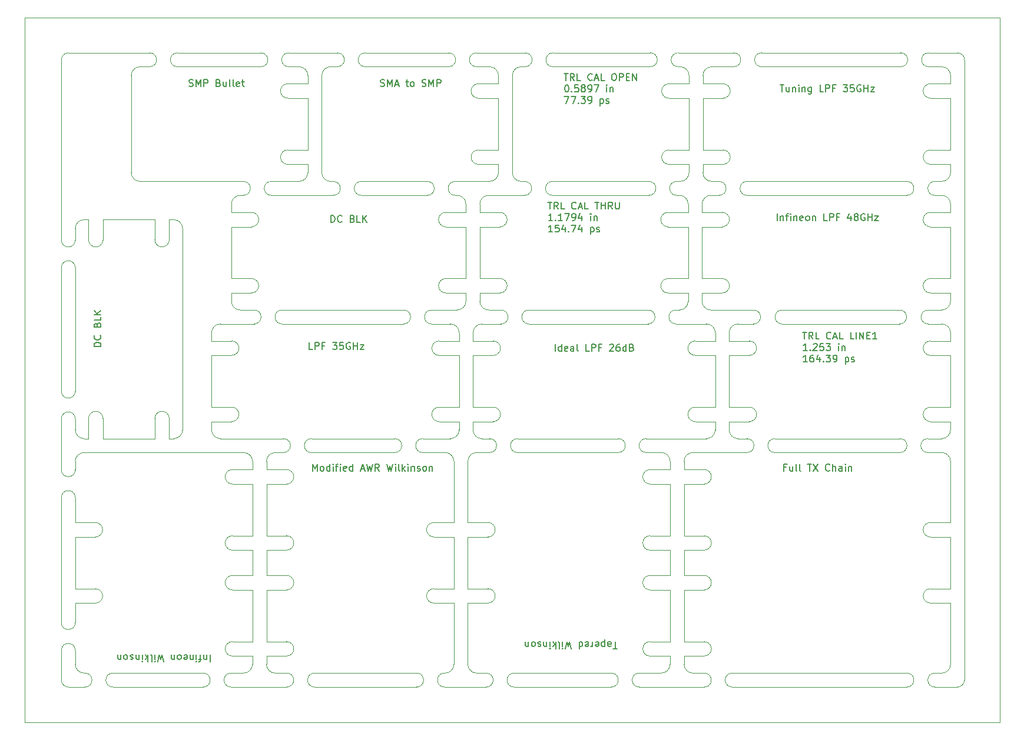
<source format=gto>
G04 #@! TF.GenerationSoftware,KiCad,Pcbnew,(5.1.2)-2*
G04 #@! TF.CreationDate,2019-09-28T01:51:22-05:00*
G04 #@! TF.ProjectId,front_end,66726f6e-745f-4656-9e64-2e6b69636164,A*
G04 #@! TF.SameCoordinates,Original*
G04 #@! TF.FileFunction,Legend,Top*
G04 #@! TF.FilePolarity,Positive*
%FSLAX46Y46*%
G04 Gerber Fmt 4.6, Leading zero omitted, Abs format (unit mm)*
G04 Created by KiCad (PCBNEW (5.1.2)-2) date 2019-09-28 01:51:22*
%MOMM*%
%LPD*%
G04 APERTURE LIST*
%ADD10C,0.150000*%
%ADD11C,0.025400*%
G04 APERTURE END LIST*
D10*
X234180761Y-122372380D02*
X234180761Y-121372380D01*
X235085523Y-122372380D02*
X235085523Y-121372380D01*
X235085523Y-122324761D02*
X234990285Y-122372380D01*
X234799809Y-122372380D01*
X234704571Y-122324761D01*
X234656952Y-122277142D01*
X234609333Y-122181904D01*
X234609333Y-121896190D01*
X234656952Y-121800952D01*
X234704571Y-121753333D01*
X234799809Y-121705714D01*
X234990285Y-121705714D01*
X235085523Y-121753333D01*
X235942666Y-122324761D02*
X235847428Y-122372380D01*
X235656952Y-122372380D01*
X235561714Y-122324761D01*
X235514095Y-122229523D01*
X235514095Y-121848571D01*
X235561714Y-121753333D01*
X235656952Y-121705714D01*
X235847428Y-121705714D01*
X235942666Y-121753333D01*
X235990285Y-121848571D01*
X235990285Y-121943809D01*
X235514095Y-122039047D01*
X236847428Y-122372380D02*
X236847428Y-121848571D01*
X236799809Y-121753333D01*
X236704571Y-121705714D01*
X236514095Y-121705714D01*
X236418857Y-121753333D01*
X236847428Y-122324761D02*
X236752190Y-122372380D01*
X236514095Y-122372380D01*
X236418857Y-122324761D01*
X236371238Y-122229523D01*
X236371238Y-122134285D01*
X236418857Y-122039047D01*
X236514095Y-121991428D01*
X236752190Y-121991428D01*
X236847428Y-121943809D01*
X237466476Y-122372380D02*
X237371238Y-122324761D01*
X237323619Y-122229523D01*
X237323619Y-121372380D01*
X239085523Y-122372380D02*
X238609333Y-122372380D01*
X238609333Y-121372380D01*
X239418857Y-122372380D02*
X239418857Y-121372380D01*
X239799809Y-121372380D01*
X239895047Y-121420000D01*
X239942666Y-121467619D01*
X239990285Y-121562857D01*
X239990285Y-121705714D01*
X239942666Y-121800952D01*
X239895047Y-121848571D01*
X239799809Y-121896190D01*
X239418857Y-121896190D01*
X240752190Y-121848571D02*
X240418857Y-121848571D01*
X240418857Y-122372380D02*
X240418857Y-121372380D01*
X240895047Y-121372380D01*
X241990285Y-121467619D02*
X242037904Y-121420000D01*
X242133142Y-121372380D01*
X242371238Y-121372380D01*
X242466476Y-121420000D01*
X242514095Y-121467619D01*
X242561714Y-121562857D01*
X242561714Y-121658095D01*
X242514095Y-121800952D01*
X241942666Y-122372380D01*
X242561714Y-122372380D01*
X243418857Y-121372380D02*
X243228380Y-121372380D01*
X243133142Y-121420000D01*
X243085523Y-121467619D01*
X242990285Y-121610476D01*
X242942666Y-121800952D01*
X242942666Y-122181904D01*
X242990285Y-122277142D01*
X243037904Y-122324761D01*
X243133142Y-122372380D01*
X243323619Y-122372380D01*
X243418857Y-122324761D01*
X243466476Y-122277142D01*
X243514095Y-122181904D01*
X243514095Y-121943809D01*
X243466476Y-121848571D01*
X243418857Y-121800952D01*
X243323619Y-121753333D01*
X243133142Y-121753333D01*
X243037904Y-121800952D01*
X242990285Y-121848571D01*
X242942666Y-121943809D01*
X244371238Y-122372380D02*
X244371238Y-121372380D01*
X244371238Y-122324761D02*
X244276000Y-122372380D01*
X244085523Y-122372380D01*
X243990285Y-122324761D01*
X243942666Y-122277142D01*
X243895047Y-122181904D01*
X243895047Y-121896190D01*
X243942666Y-121800952D01*
X243990285Y-121753333D01*
X244085523Y-121705714D01*
X244276000Y-121705714D01*
X244371238Y-121753333D01*
X245180761Y-121848571D02*
X245323619Y-121896190D01*
X245371238Y-121943809D01*
X245418857Y-122039047D01*
X245418857Y-122181904D01*
X245371238Y-122277142D01*
X245323619Y-122324761D01*
X245228380Y-122372380D01*
X244847428Y-122372380D01*
X244847428Y-121372380D01*
X245180761Y-121372380D01*
X245276000Y-121420000D01*
X245323619Y-121467619D01*
X245371238Y-121562857D01*
X245371238Y-121658095D01*
X245323619Y-121753333D01*
X245276000Y-121800952D01*
X245180761Y-121848571D01*
X244847428Y-121848571D01*
X199311047Y-122118380D02*
X198834857Y-122118380D01*
X198834857Y-121118380D01*
X199644380Y-122118380D02*
X199644380Y-121118380D01*
X200025333Y-121118380D01*
X200120571Y-121166000D01*
X200168190Y-121213619D01*
X200215809Y-121308857D01*
X200215809Y-121451714D01*
X200168190Y-121546952D01*
X200120571Y-121594571D01*
X200025333Y-121642190D01*
X199644380Y-121642190D01*
X200977714Y-121594571D02*
X200644380Y-121594571D01*
X200644380Y-122118380D02*
X200644380Y-121118380D01*
X201120571Y-121118380D01*
X202168190Y-121118380D02*
X202787238Y-121118380D01*
X202453904Y-121499333D01*
X202596761Y-121499333D01*
X202692000Y-121546952D01*
X202739619Y-121594571D01*
X202787238Y-121689809D01*
X202787238Y-121927904D01*
X202739619Y-122023142D01*
X202692000Y-122070761D01*
X202596761Y-122118380D01*
X202311047Y-122118380D01*
X202215809Y-122070761D01*
X202168190Y-122023142D01*
X203692000Y-121118380D02*
X203215809Y-121118380D01*
X203168190Y-121594571D01*
X203215809Y-121546952D01*
X203311047Y-121499333D01*
X203549142Y-121499333D01*
X203644380Y-121546952D01*
X203692000Y-121594571D01*
X203739619Y-121689809D01*
X203739619Y-121927904D01*
X203692000Y-122023142D01*
X203644380Y-122070761D01*
X203549142Y-122118380D01*
X203311047Y-122118380D01*
X203215809Y-122070761D01*
X203168190Y-122023142D01*
X204692000Y-121166000D02*
X204596761Y-121118380D01*
X204453904Y-121118380D01*
X204311047Y-121166000D01*
X204215809Y-121261238D01*
X204168190Y-121356476D01*
X204120571Y-121546952D01*
X204120571Y-121689809D01*
X204168190Y-121880285D01*
X204215809Y-121975523D01*
X204311047Y-122070761D01*
X204453904Y-122118380D01*
X204549142Y-122118380D01*
X204692000Y-122070761D01*
X204739619Y-122023142D01*
X204739619Y-121689809D01*
X204549142Y-121689809D01*
X205168190Y-122118380D02*
X205168190Y-121118380D01*
X205168190Y-121594571D02*
X205739619Y-121594571D01*
X205739619Y-122118380D02*
X205739619Y-121118380D01*
X206120571Y-121451714D02*
X206644380Y-121451714D01*
X206120571Y-122118380D01*
X206644380Y-122118380D01*
X266065904Y-103576380D02*
X266065904Y-102576380D01*
X266542095Y-102909714D02*
X266542095Y-103576380D01*
X266542095Y-103004952D02*
X266589714Y-102957333D01*
X266684952Y-102909714D01*
X266827809Y-102909714D01*
X266923047Y-102957333D01*
X266970666Y-103052571D01*
X266970666Y-103576380D01*
X267304000Y-102909714D02*
X267684952Y-102909714D01*
X267446857Y-103576380D02*
X267446857Y-102719238D01*
X267494476Y-102624000D01*
X267589714Y-102576380D01*
X267684952Y-102576380D01*
X268018285Y-103576380D02*
X268018285Y-102909714D01*
X268018285Y-102576380D02*
X267970666Y-102624000D01*
X268018285Y-102671619D01*
X268065904Y-102624000D01*
X268018285Y-102576380D01*
X268018285Y-102671619D01*
X268494476Y-102909714D02*
X268494476Y-103576380D01*
X268494476Y-103004952D02*
X268542095Y-102957333D01*
X268637333Y-102909714D01*
X268780190Y-102909714D01*
X268875428Y-102957333D01*
X268923047Y-103052571D01*
X268923047Y-103576380D01*
X269780190Y-103528761D02*
X269684952Y-103576380D01*
X269494476Y-103576380D01*
X269399238Y-103528761D01*
X269351619Y-103433523D01*
X269351619Y-103052571D01*
X269399238Y-102957333D01*
X269494476Y-102909714D01*
X269684952Y-102909714D01*
X269780190Y-102957333D01*
X269827809Y-103052571D01*
X269827809Y-103147809D01*
X269351619Y-103243047D01*
X270399238Y-103576380D02*
X270304000Y-103528761D01*
X270256380Y-103481142D01*
X270208761Y-103385904D01*
X270208761Y-103100190D01*
X270256380Y-103004952D01*
X270304000Y-102957333D01*
X270399238Y-102909714D01*
X270542095Y-102909714D01*
X270637333Y-102957333D01*
X270684952Y-103004952D01*
X270732571Y-103100190D01*
X270732571Y-103385904D01*
X270684952Y-103481142D01*
X270637333Y-103528761D01*
X270542095Y-103576380D01*
X270399238Y-103576380D01*
X271161142Y-102909714D02*
X271161142Y-103576380D01*
X271161142Y-103004952D02*
X271208761Y-102957333D01*
X271304000Y-102909714D01*
X271446857Y-102909714D01*
X271542095Y-102957333D01*
X271589714Y-103052571D01*
X271589714Y-103576380D01*
X273304000Y-103576380D02*
X272827809Y-103576380D01*
X272827809Y-102576380D01*
X273637333Y-103576380D02*
X273637333Y-102576380D01*
X274018285Y-102576380D01*
X274113523Y-102624000D01*
X274161142Y-102671619D01*
X274208761Y-102766857D01*
X274208761Y-102909714D01*
X274161142Y-103004952D01*
X274113523Y-103052571D01*
X274018285Y-103100190D01*
X273637333Y-103100190D01*
X274970666Y-103052571D02*
X274637333Y-103052571D01*
X274637333Y-103576380D02*
X274637333Y-102576380D01*
X275113523Y-102576380D01*
X276684952Y-102909714D02*
X276684952Y-103576380D01*
X276446857Y-102528761D02*
X276208761Y-103243047D01*
X276827809Y-103243047D01*
X277351619Y-103004952D02*
X277256380Y-102957333D01*
X277208761Y-102909714D01*
X277161142Y-102814476D01*
X277161142Y-102766857D01*
X277208761Y-102671619D01*
X277256380Y-102624000D01*
X277351619Y-102576380D01*
X277542095Y-102576380D01*
X277637333Y-102624000D01*
X277684952Y-102671619D01*
X277732571Y-102766857D01*
X277732571Y-102814476D01*
X277684952Y-102909714D01*
X277637333Y-102957333D01*
X277542095Y-103004952D01*
X277351619Y-103004952D01*
X277256380Y-103052571D01*
X277208761Y-103100190D01*
X277161142Y-103195428D01*
X277161142Y-103385904D01*
X277208761Y-103481142D01*
X277256380Y-103528761D01*
X277351619Y-103576380D01*
X277542095Y-103576380D01*
X277637333Y-103528761D01*
X277684952Y-103481142D01*
X277732571Y-103385904D01*
X277732571Y-103195428D01*
X277684952Y-103100190D01*
X277637333Y-103052571D01*
X277542095Y-103004952D01*
X278684952Y-102624000D02*
X278589714Y-102576380D01*
X278446857Y-102576380D01*
X278304000Y-102624000D01*
X278208761Y-102719238D01*
X278161142Y-102814476D01*
X278113523Y-103004952D01*
X278113523Y-103147809D01*
X278161142Y-103338285D01*
X278208761Y-103433523D01*
X278304000Y-103528761D01*
X278446857Y-103576380D01*
X278542095Y-103576380D01*
X278684952Y-103528761D01*
X278732571Y-103481142D01*
X278732571Y-103147809D01*
X278542095Y-103147809D01*
X279161142Y-103576380D02*
X279161142Y-102576380D01*
X279161142Y-103052571D02*
X279732571Y-103052571D01*
X279732571Y-103576380D02*
X279732571Y-102576380D01*
X280113523Y-102909714D02*
X280637333Y-102909714D01*
X280113523Y-103576380D01*
X280637333Y-103576380D01*
X266494476Y-84034380D02*
X267065904Y-84034380D01*
X266780190Y-85034380D02*
X266780190Y-84034380D01*
X267827809Y-84367714D02*
X267827809Y-85034380D01*
X267399238Y-84367714D02*
X267399238Y-84891523D01*
X267446857Y-84986761D01*
X267542095Y-85034380D01*
X267684952Y-85034380D01*
X267780190Y-84986761D01*
X267827809Y-84939142D01*
X268304000Y-84367714D02*
X268304000Y-85034380D01*
X268304000Y-84462952D02*
X268351619Y-84415333D01*
X268446857Y-84367714D01*
X268589714Y-84367714D01*
X268684952Y-84415333D01*
X268732571Y-84510571D01*
X268732571Y-85034380D01*
X269208761Y-85034380D02*
X269208761Y-84367714D01*
X269208761Y-84034380D02*
X269161142Y-84082000D01*
X269208761Y-84129619D01*
X269256380Y-84082000D01*
X269208761Y-84034380D01*
X269208761Y-84129619D01*
X269684952Y-84367714D02*
X269684952Y-85034380D01*
X269684952Y-84462952D02*
X269732571Y-84415333D01*
X269827809Y-84367714D01*
X269970666Y-84367714D01*
X270065904Y-84415333D01*
X270113523Y-84510571D01*
X270113523Y-85034380D01*
X271018285Y-84367714D02*
X271018285Y-85177238D01*
X270970666Y-85272476D01*
X270923047Y-85320095D01*
X270827809Y-85367714D01*
X270684952Y-85367714D01*
X270589714Y-85320095D01*
X271018285Y-84986761D02*
X270923047Y-85034380D01*
X270732571Y-85034380D01*
X270637333Y-84986761D01*
X270589714Y-84939142D01*
X270542095Y-84843904D01*
X270542095Y-84558190D01*
X270589714Y-84462952D01*
X270637333Y-84415333D01*
X270732571Y-84367714D01*
X270923047Y-84367714D01*
X271018285Y-84415333D01*
X272732571Y-85034380D02*
X272256380Y-85034380D01*
X272256380Y-84034380D01*
X273065904Y-85034380D02*
X273065904Y-84034380D01*
X273446857Y-84034380D01*
X273542095Y-84082000D01*
X273589714Y-84129619D01*
X273637333Y-84224857D01*
X273637333Y-84367714D01*
X273589714Y-84462952D01*
X273542095Y-84510571D01*
X273446857Y-84558190D01*
X273065904Y-84558190D01*
X274399238Y-84510571D02*
X274065904Y-84510571D01*
X274065904Y-85034380D02*
X274065904Y-84034380D01*
X274542095Y-84034380D01*
X275589714Y-84034380D02*
X276208761Y-84034380D01*
X275875428Y-84415333D01*
X276018285Y-84415333D01*
X276113523Y-84462952D01*
X276161142Y-84510571D01*
X276208761Y-84605809D01*
X276208761Y-84843904D01*
X276161142Y-84939142D01*
X276113523Y-84986761D01*
X276018285Y-85034380D01*
X275732571Y-85034380D01*
X275637333Y-84986761D01*
X275589714Y-84939142D01*
X277113523Y-84034380D02*
X276637333Y-84034380D01*
X276589714Y-84510571D01*
X276637333Y-84462952D01*
X276732571Y-84415333D01*
X276970666Y-84415333D01*
X277065904Y-84462952D01*
X277113523Y-84510571D01*
X277161142Y-84605809D01*
X277161142Y-84843904D01*
X277113523Y-84939142D01*
X277065904Y-84986761D01*
X276970666Y-85034380D01*
X276732571Y-85034380D01*
X276637333Y-84986761D01*
X276589714Y-84939142D01*
X278113523Y-84082000D02*
X278018285Y-84034380D01*
X277875428Y-84034380D01*
X277732571Y-84082000D01*
X277637333Y-84177238D01*
X277589714Y-84272476D01*
X277542095Y-84462952D01*
X277542095Y-84605809D01*
X277589714Y-84796285D01*
X277637333Y-84891523D01*
X277732571Y-84986761D01*
X277875428Y-85034380D01*
X277970666Y-85034380D01*
X278113523Y-84986761D01*
X278161142Y-84939142D01*
X278161142Y-84605809D01*
X277970666Y-84605809D01*
X278589714Y-85034380D02*
X278589714Y-84034380D01*
X278589714Y-84510571D02*
X279161142Y-84510571D01*
X279161142Y-85034380D02*
X279161142Y-84034380D01*
X279542095Y-84367714D02*
X280065904Y-84367714D01*
X279542095Y-85034380D01*
X280065904Y-85034380D01*
X168854380Y-121673619D02*
X167854380Y-121673619D01*
X167854380Y-121435523D01*
X167902000Y-121292666D01*
X167997238Y-121197428D01*
X168092476Y-121149809D01*
X168282952Y-121102190D01*
X168425809Y-121102190D01*
X168616285Y-121149809D01*
X168711523Y-121197428D01*
X168806761Y-121292666D01*
X168854380Y-121435523D01*
X168854380Y-121673619D01*
X168759142Y-120102190D02*
X168806761Y-120149809D01*
X168854380Y-120292666D01*
X168854380Y-120387904D01*
X168806761Y-120530761D01*
X168711523Y-120626000D01*
X168616285Y-120673619D01*
X168425809Y-120721238D01*
X168282952Y-120721238D01*
X168092476Y-120673619D01*
X167997238Y-120626000D01*
X167902000Y-120530761D01*
X167854380Y-120387904D01*
X167854380Y-120292666D01*
X167902000Y-120149809D01*
X167949619Y-120102190D01*
X168330571Y-118578380D02*
X168378190Y-118435523D01*
X168425809Y-118387904D01*
X168521047Y-118340285D01*
X168663904Y-118340285D01*
X168759142Y-118387904D01*
X168806761Y-118435523D01*
X168854380Y-118530761D01*
X168854380Y-118911714D01*
X167854380Y-118911714D01*
X167854380Y-118578380D01*
X167902000Y-118483142D01*
X167949619Y-118435523D01*
X168044857Y-118387904D01*
X168140095Y-118387904D01*
X168235333Y-118435523D01*
X168282952Y-118483142D01*
X168330571Y-118578380D01*
X168330571Y-118911714D01*
X168854380Y-117435523D02*
X168854380Y-117911714D01*
X167854380Y-117911714D01*
X168854380Y-117102190D02*
X167854380Y-117102190D01*
X168854380Y-116530761D02*
X168282952Y-116959333D01*
X167854380Y-116530761D02*
X168425809Y-117102190D01*
X201922380Y-103830380D02*
X201922380Y-102830380D01*
X202160476Y-102830380D01*
X202303333Y-102878000D01*
X202398571Y-102973238D01*
X202446190Y-103068476D01*
X202493809Y-103258952D01*
X202493809Y-103401809D01*
X202446190Y-103592285D01*
X202398571Y-103687523D01*
X202303333Y-103782761D01*
X202160476Y-103830380D01*
X201922380Y-103830380D01*
X203493809Y-103735142D02*
X203446190Y-103782761D01*
X203303333Y-103830380D01*
X203208095Y-103830380D01*
X203065238Y-103782761D01*
X202970000Y-103687523D01*
X202922380Y-103592285D01*
X202874761Y-103401809D01*
X202874761Y-103258952D01*
X202922380Y-103068476D01*
X202970000Y-102973238D01*
X203065238Y-102878000D01*
X203208095Y-102830380D01*
X203303333Y-102830380D01*
X203446190Y-102878000D01*
X203493809Y-102925619D01*
X205017619Y-103306571D02*
X205160476Y-103354190D01*
X205208095Y-103401809D01*
X205255714Y-103497047D01*
X205255714Y-103639904D01*
X205208095Y-103735142D01*
X205160476Y-103782761D01*
X205065238Y-103830380D01*
X204684285Y-103830380D01*
X204684285Y-102830380D01*
X205017619Y-102830380D01*
X205112857Y-102878000D01*
X205160476Y-102925619D01*
X205208095Y-103020857D01*
X205208095Y-103116095D01*
X205160476Y-103211333D01*
X205112857Y-103258952D01*
X205017619Y-103306571D01*
X204684285Y-103306571D01*
X206160476Y-103830380D02*
X205684285Y-103830380D01*
X205684285Y-102830380D01*
X206493809Y-103830380D02*
X206493809Y-102830380D01*
X207065238Y-103830380D02*
X206636666Y-103258952D01*
X207065238Y-102830380D02*
X206493809Y-103401809D01*
D11*
X253967940Y-136955000D02*
X256648140Y-136955000D01*
X259614600Y-170705000D02*
G75*
G02X259614600Y-168705000I0J1000000D01*
G01*
X255614600Y-168705000D02*
G75*
G02X255614600Y-170705000I0J-1000000D01*
G01*
X252697940Y-154646100D02*
X252697940Y-151013900D01*
X252697940Y-138225000D02*
G75*
G02X253967940Y-136955000I1270000J0D01*
G01*
X253967940Y-168705000D02*
G75*
G02X252697940Y-167435000I0J1270000D01*
G01*
X252697940Y-166253900D02*
X252697940Y-167435000D01*
X252697940Y-139406100D02*
X252697940Y-138225000D01*
X253967940Y-168705000D02*
X255614600Y-168705000D01*
X165168100Y-104705420D02*
X165168100Y-106364200D01*
X163168100Y-106364200D02*
X163168100Y-80425000D01*
X165168100Y-132119300D02*
X165168100Y-133685000D01*
X163168100Y-132119300D02*
X163165380Y-139435000D01*
X165168100Y-106364200D02*
G75*
G02X163168100Y-106364200I-1000000J0D01*
G01*
X163168100Y-110364200D02*
G75*
G02X165168100Y-110364200I1000000J0D01*
G01*
X165168100Y-128119300D02*
G75*
G02X163168100Y-128119300I-1000000J0D01*
G01*
X163168100Y-132119300D02*
G75*
G02X165168100Y-132119300I1000000J0D01*
G01*
X164165380Y-170705000D02*
G75*
G02X163165380Y-169705000I0J1000000D01*
G01*
X293015720Y-169705000D02*
G75*
G02X292015720Y-170705000I-1000000J0D01*
G01*
X292015720Y-79425000D02*
G75*
G02X293015720Y-80425000I0J-1000000D01*
G01*
X163168100Y-80425000D02*
G75*
G02X164168100Y-79425000I1000000J0D01*
G01*
X178682000Y-103435420D02*
X179317000Y-103435420D01*
X179320000Y-134955000D02*
X178682000Y-134955000D01*
X179320000Y-103435420D02*
G75*
G02X180590000Y-104705420I0J-1270000D01*
G01*
X180590000Y-133685000D02*
G75*
G02X179320000Y-134955000I-1270000J0D01*
G01*
X180590000Y-133685000D02*
X180590000Y-104705420D01*
X166438100Y-134955000D02*
X167074200Y-134955000D01*
X165168100Y-128119300D02*
X165168100Y-110364200D01*
X167074200Y-103435420D02*
X166439200Y-103435420D01*
X165168100Y-104705420D02*
G75*
G02X166438100Y-103435420I1270000J0D01*
G01*
X166438100Y-134955000D02*
G75*
G02X165168100Y-133685000I0J1270000D01*
G01*
D10*
X267359930Y-139076671D02*
X267026597Y-139076671D01*
X267026597Y-139600480D02*
X267026597Y-138600480D01*
X267502788Y-138600480D01*
X268312311Y-138933814D02*
X268312311Y-139600480D01*
X267883740Y-138933814D02*
X267883740Y-139457623D01*
X267931359Y-139552861D01*
X268026597Y-139600480D01*
X268169454Y-139600480D01*
X268264692Y-139552861D01*
X268312311Y-139505242D01*
X268931359Y-139600480D02*
X268836121Y-139552861D01*
X268788502Y-139457623D01*
X268788502Y-138600480D01*
X269455169Y-139600480D02*
X269359930Y-139552861D01*
X269312311Y-139457623D01*
X269312311Y-138600480D01*
X270455169Y-138600480D02*
X271026597Y-138600480D01*
X270740883Y-139600480D02*
X270740883Y-138600480D01*
X271264692Y-138600480D02*
X271931359Y-139600480D01*
X271931359Y-138600480D02*
X271264692Y-139600480D01*
X273645645Y-139505242D02*
X273598026Y-139552861D01*
X273455169Y-139600480D01*
X273359930Y-139600480D01*
X273217073Y-139552861D01*
X273121835Y-139457623D01*
X273074216Y-139362385D01*
X273026597Y-139171909D01*
X273026597Y-139029052D01*
X273074216Y-138838576D01*
X273121835Y-138743338D01*
X273217073Y-138648100D01*
X273359930Y-138600480D01*
X273455169Y-138600480D01*
X273598026Y-138648100D01*
X273645645Y-138695719D01*
X274074216Y-139600480D02*
X274074216Y-138600480D01*
X274502788Y-139600480D02*
X274502788Y-139076671D01*
X274455169Y-138981433D01*
X274359930Y-138933814D01*
X274217073Y-138933814D01*
X274121835Y-138981433D01*
X274074216Y-139029052D01*
X275407550Y-139600480D02*
X275407550Y-139076671D01*
X275359930Y-138981433D01*
X275264692Y-138933814D01*
X275074216Y-138933814D01*
X274978978Y-138981433D01*
X275407550Y-139552861D02*
X275312311Y-139600480D01*
X275074216Y-139600480D01*
X274978978Y-139552861D01*
X274931359Y-139457623D01*
X274931359Y-139362385D01*
X274978978Y-139267147D01*
X275074216Y-139219528D01*
X275312311Y-139219528D01*
X275407550Y-139171909D01*
X275883740Y-139600480D02*
X275883740Y-138933814D01*
X275883740Y-138600480D02*
X275836121Y-138648100D01*
X275883740Y-138695719D01*
X275931359Y-138648100D01*
X275883740Y-138600480D01*
X275883740Y-138695719D01*
X276359930Y-138933814D02*
X276359930Y-139600480D01*
X276359930Y-139029052D02*
X276407550Y-138981433D01*
X276502788Y-138933814D01*
X276645645Y-138933814D01*
X276740883Y-138981433D01*
X276788502Y-139076671D01*
X276788502Y-139600480D01*
X243092006Y-165191159D02*
X242520578Y-165191159D01*
X242806292Y-164191159D02*
X242806292Y-165191159D01*
X241758673Y-164191159D02*
X241758673Y-164714968D01*
X241806292Y-164810206D01*
X241901530Y-164857825D01*
X242092006Y-164857825D01*
X242187244Y-164810206D01*
X241758673Y-164238778D02*
X241853911Y-164191159D01*
X242092006Y-164191159D01*
X242187244Y-164238778D01*
X242234863Y-164334016D01*
X242234863Y-164429254D01*
X242187244Y-164524492D01*
X242092006Y-164572111D01*
X241853911Y-164572111D01*
X241758673Y-164619730D01*
X241282482Y-164857825D02*
X241282482Y-163857825D01*
X241282482Y-164810206D02*
X241187244Y-164857825D01*
X240996768Y-164857825D01*
X240901530Y-164810206D01*
X240853911Y-164762587D01*
X240806292Y-164667349D01*
X240806292Y-164381635D01*
X240853911Y-164286397D01*
X240901530Y-164238778D01*
X240996768Y-164191159D01*
X241187244Y-164191159D01*
X241282482Y-164238778D01*
X239996768Y-164238778D02*
X240092006Y-164191159D01*
X240282482Y-164191159D01*
X240377720Y-164238778D01*
X240425340Y-164334016D01*
X240425340Y-164714968D01*
X240377720Y-164810206D01*
X240282482Y-164857825D01*
X240092006Y-164857825D01*
X239996768Y-164810206D01*
X239949149Y-164714968D01*
X239949149Y-164619730D01*
X240425340Y-164524492D01*
X239520578Y-164191159D02*
X239520578Y-164857825D01*
X239520578Y-164667349D02*
X239472959Y-164762587D01*
X239425340Y-164810206D01*
X239330101Y-164857825D01*
X239234863Y-164857825D01*
X238520578Y-164238778D02*
X238615816Y-164191159D01*
X238806292Y-164191159D01*
X238901530Y-164238778D01*
X238949149Y-164334016D01*
X238949149Y-164714968D01*
X238901530Y-164810206D01*
X238806292Y-164857825D01*
X238615816Y-164857825D01*
X238520578Y-164810206D01*
X238472959Y-164714968D01*
X238472959Y-164619730D01*
X238949149Y-164524492D01*
X237615816Y-164191159D02*
X237615816Y-165191159D01*
X237615816Y-164238778D02*
X237711054Y-164191159D01*
X237901530Y-164191159D01*
X237996768Y-164238778D01*
X238044387Y-164286397D01*
X238092006Y-164381635D01*
X238092006Y-164667349D01*
X238044387Y-164762587D01*
X237996768Y-164810206D01*
X237901530Y-164857825D01*
X237711054Y-164857825D01*
X237615816Y-164810206D01*
X236472959Y-165191159D02*
X236234863Y-164191159D01*
X236044387Y-164905444D01*
X235853911Y-164191159D01*
X235615816Y-165191159D01*
X235234863Y-164191159D02*
X235234863Y-164857825D01*
X235234863Y-165191159D02*
X235282482Y-165143540D01*
X235234863Y-165095920D01*
X235187244Y-165143540D01*
X235234863Y-165191159D01*
X235234863Y-165095920D01*
X234615816Y-164191159D02*
X234711054Y-164238778D01*
X234758673Y-164334016D01*
X234758673Y-165191159D01*
X234234863Y-164191159D02*
X234234863Y-165191159D01*
X234139625Y-164572111D02*
X233853911Y-164191159D01*
X233853911Y-164857825D02*
X234234863Y-164476873D01*
X233425340Y-164191159D02*
X233425340Y-164857825D01*
X233425340Y-165191159D02*
X233472959Y-165143540D01*
X233425340Y-165095920D01*
X233377720Y-165143540D01*
X233425340Y-165191159D01*
X233425340Y-165095920D01*
X232949149Y-164857825D02*
X232949149Y-164191159D01*
X232949149Y-164762587D02*
X232901530Y-164810206D01*
X232806292Y-164857825D01*
X232663435Y-164857825D01*
X232568197Y-164810206D01*
X232520578Y-164714968D01*
X232520578Y-164191159D01*
X232092006Y-164238778D02*
X231996768Y-164191159D01*
X231806292Y-164191159D01*
X231711054Y-164238778D01*
X231663435Y-164334016D01*
X231663435Y-164381635D01*
X231711054Y-164476873D01*
X231806292Y-164524492D01*
X231949149Y-164524492D01*
X232044387Y-164572111D01*
X232092006Y-164667349D01*
X232092006Y-164714968D01*
X232044387Y-164810206D01*
X231949149Y-164857825D01*
X231806292Y-164857825D01*
X231711054Y-164810206D01*
X231092006Y-164191159D02*
X231187244Y-164238778D01*
X231234863Y-164286397D01*
X231282482Y-164381635D01*
X231282482Y-164667349D01*
X231234863Y-164762587D01*
X231187244Y-164810206D01*
X231092006Y-164857825D01*
X230949149Y-164857825D01*
X230853911Y-164810206D01*
X230806292Y-164762587D01*
X230758673Y-164667349D01*
X230758673Y-164381635D01*
X230806292Y-164286397D01*
X230853911Y-164238778D01*
X230949149Y-164191159D01*
X231092006Y-164191159D01*
X230330101Y-164857825D02*
X230330101Y-164191159D01*
X230330101Y-164762587D02*
X230282482Y-164810206D01*
X230187244Y-164857825D01*
X230044387Y-164857825D01*
X229949149Y-164810206D01*
X229901530Y-164714968D01*
X229901530Y-164191159D01*
X199292644Y-139600480D02*
X199292644Y-138600480D01*
X199625977Y-139314766D01*
X199959311Y-138600480D01*
X199959311Y-139600480D01*
X200578358Y-139600480D02*
X200483120Y-139552861D01*
X200435501Y-139505242D01*
X200387882Y-139410004D01*
X200387882Y-139124290D01*
X200435501Y-139029052D01*
X200483120Y-138981433D01*
X200578358Y-138933814D01*
X200721215Y-138933814D01*
X200816453Y-138981433D01*
X200864072Y-139029052D01*
X200911692Y-139124290D01*
X200911692Y-139410004D01*
X200864072Y-139505242D01*
X200816453Y-139552861D01*
X200721215Y-139600480D01*
X200578358Y-139600480D01*
X201768834Y-139600480D02*
X201768834Y-138600480D01*
X201768834Y-139552861D02*
X201673596Y-139600480D01*
X201483120Y-139600480D01*
X201387882Y-139552861D01*
X201340263Y-139505242D01*
X201292644Y-139410004D01*
X201292644Y-139124290D01*
X201340263Y-139029052D01*
X201387882Y-138981433D01*
X201483120Y-138933814D01*
X201673596Y-138933814D01*
X201768834Y-138981433D01*
X202245025Y-139600480D02*
X202245025Y-138933814D01*
X202245025Y-138600480D02*
X202197406Y-138648100D01*
X202245025Y-138695719D01*
X202292644Y-138648100D01*
X202245025Y-138600480D01*
X202245025Y-138695719D01*
X202578358Y-138933814D02*
X202959311Y-138933814D01*
X202721215Y-139600480D02*
X202721215Y-138743338D01*
X202768834Y-138648100D01*
X202864072Y-138600480D01*
X202959311Y-138600480D01*
X203292644Y-139600480D02*
X203292644Y-138933814D01*
X203292644Y-138600480D02*
X203245025Y-138648100D01*
X203292644Y-138695719D01*
X203340263Y-138648100D01*
X203292644Y-138600480D01*
X203292644Y-138695719D01*
X204149787Y-139552861D02*
X204054549Y-139600480D01*
X203864072Y-139600480D01*
X203768834Y-139552861D01*
X203721215Y-139457623D01*
X203721215Y-139076671D01*
X203768834Y-138981433D01*
X203864072Y-138933814D01*
X204054549Y-138933814D01*
X204149787Y-138981433D01*
X204197406Y-139076671D01*
X204197406Y-139171909D01*
X203721215Y-139267147D01*
X205054549Y-139600480D02*
X205054549Y-138600480D01*
X205054549Y-139552861D02*
X204959311Y-139600480D01*
X204768834Y-139600480D01*
X204673596Y-139552861D01*
X204625977Y-139505242D01*
X204578358Y-139410004D01*
X204578358Y-139124290D01*
X204625977Y-139029052D01*
X204673596Y-138981433D01*
X204768834Y-138933814D01*
X204959311Y-138933814D01*
X205054549Y-138981433D01*
X206245025Y-139314766D02*
X206721215Y-139314766D01*
X206149787Y-139600480D02*
X206483120Y-138600480D01*
X206816453Y-139600480D01*
X207054549Y-138600480D02*
X207292644Y-139600480D01*
X207483120Y-138886195D01*
X207673596Y-139600480D01*
X207911692Y-138600480D01*
X208864072Y-139600480D02*
X208530739Y-139124290D01*
X208292644Y-139600480D02*
X208292644Y-138600480D01*
X208673596Y-138600480D01*
X208768834Y-138648100D01*
X208816453Y-138695719D01*
X208864072Y-138790957D01*
X208864072Y-138933814D01*
X208816453Y-139029052D01*
X208768834Y-139076671D01*
X208673596Y-139124290D01*
X208292644Y-139124290D01*
X209959311Y-138600480D02*
X210197406Y-139600480D01*
X210387882Y-138886195D01*
X210578358Y-139600480D01*
X210816453Y-138600480D01*
X211197406Y-139600480D02*
X211197406Y-138933814D01*
X211197406Y-138600480D02*
X211149787Y-138648100D01*
X211197406Y-138695719D01*
X211245025Y-138648100D01*
X211197406Y-138600480D01*
X211197406Y-138695719D01*
X211816453Y-139600480D02*
X211721215Y-139552861D01*
X211673596Y-139457623D01*
X211673596Y-138600480D01*
X212197406Y-139600480D02*
X212197406Y-138600480D01*
X212292644Y-139219528D02*
X212578358Y-139600480D01*
X212578358Y-138933814D02*
X212197406Y-139314766D01*
X213006930Y-139600480D02*
X213006930Y-138933814D01*
X213006930Y-138600480D02*
X212959311Y-138648100D01*
X213006930Y-138695719D01*
X213054549Y-138648100D01*
X213006930Y-138600480D01*
X213006930Y-138695719D01*
X213483120Y-138933814D02*
X213483120Y-139600480D01*
X213483120Y-139029052D02*
X213530739Y-138981433D01*
X213625977Y-138933814D01*
X213768834Y-138933814D01*
X213864072Y-138981433D01*
X213911692Y-139076671D01*
X213911692Y-139600480D01*
X214340263Y-139552861D02*
X214435501Y-139600480D01*
X214625977Y-139600480D01*
X214721215Y-139552861D01*
X214768834Y-139457623D01*
X214768834Y-139410004D01*
X214721215Y-139314766D01*
X214625977Y-139267147D01*
X214483120Y-139267147D01*
X214387882Y-139219528D01*
X214340263Y-139124290D01*
X214340263Y-139076671D01*
X214387882Y-138981433D01*
X214483120Y-138933814D01*
X214625977Y-138933814D01*
X214721215Y-138981433D01*
X215340263Y-139600480D02*
X215245025Y-139552861D01*
X215197406Y-139505242D01*
X215149787Y-139410004D01*
X215149787Y-139124290D01*
X215197406Y-139029052D01*
X215245025Y-138981433D01*
X215340263Y-138933814D01*
X215483120Y-138933814D01*
X215578358Y-138981433D01*
X215625977Y-139029052D01*
X215673596Y-139124290D01*
X215673596Y-139410004D01*
X215625977Y-139505242D01*
X215578358Y-139552861D01*
X215483120Y-139600480D01*
X215340263Y-139600480D01*
X216102168Y-138933814D02*
X216102168Y-139600480D01*
X216102168Y-139029052D02*
X216149787Y-138981433D01*
X216245025Y-138933814D01*
X216387882Y-138933814D01*
X216483120Y-138981433D01*
X216530739Y-139076671D01*
X216530739Y-139600480D01*
X184527607Y-166059519D02*
X184527607Y-167059519D01*
X184051417Y-166726185D02*
X184051417Y-166059519D01*
X184051417Y-166630947D02*
X184003798Y-166678566D01*
X183908560Y-166726185D01*
X183765702Y-166726185D01*
X183670464Y-166678566D01*
X183622845Y-166583328D01*
X183622845Y-166059519D01*
X183289512Y-166726185D02*
X182908560Y-166726185D01*
X183146655Y-166059519D02*
X183146655Y-166916661D01*
X183099036Y-167011900D01*
X183003798Y-167059519D01*
X182908560Y-167059519D01*
X182575226Y-166059519D02*
X182575226Y-166726185D01*
X182575226Y-167059519D02*
X182622845Y-167011900D01*
X182575226Y-166964280D01*
X182527607Y-167011900D01*
X182575226Y-167059519D01*
X182575226Y-166964280D01*
X182099036Y-166726185D02*
X182099036Y-166059519D01*
X182099036Y-166630947D02*
X182051417Y-166678566D01*
X181956179Y-166726185D01*
X181813321Y-166726185D01*
X181718083Y-166678566D01*
X181670464Y-166583328D01*
X181670464Y-166059519D01*
X180813321Y-166107138D02*
X180908560Y-166059519D01*
X181099036Y-166059519D01*
X181194274Y-166107138D01*
X181241893Y-166202376D01*
X181241893Y-166583328D01*
X181194274Y-166678566D01*
X181099036Y-166726185D01*
X180908560Y-166726185D01*
X180813321Y-166678566D01*
X180765702Y-166583328D01*
X180765702Y-166488090D01*
X181241893Y-166392852D01*
X180194274Y-166059519D02*
X180289512Y-166107138D01*
X180337131Y-166154757D01*
X180384750Y-166249995D01*
X180384750Y-166535709D01*
X180337131Y-166630947D01*
X180289512Y-166678566D01*
X180194274Y-166726185D01*
X180051417Y-166726185D01*
X179956179Y-166678566D01*
X179908560Y-166630947D01*
X179860940Y-166535709D01*
X179860940Y-166249995D01*
X179908560Y-166154757D01*
X179956179Y-166107138D01*
X180051417Y-166059519D01*
X180194274Y-166059519D01*
X179432369Y-166726185D02*
X179432369Y-166059519D01*
X179432369Y-166630947D02*
X179384750Y-166678566D01*
X179289512Y-166726185D01*
X179146655Y-166726185D01*
X179051417Y-166678566D01*
X179003798Y-166583328D01*
X179003798Y-166059519D01*
X177860940Y-167059519D02*
X177622845Y-166059519D01*
X177432369Y-166773804D01*
X177241893Y-166059519D01*
X177003798Y-167059519D01*
X176622845Y-166059519D02*
X176622845Y-166726185D01*
X176622845Y-167059519D02*
X176670464Y-167011900D01*
X176622845Y-166964280D01*
X176575226Y-167011900D01*
X176622845Y-167059519D01*
X176622845Y-166964280D01*
X176003798Y-166059519D02*
X176099036Y-166107138D01*
X176146655Y-166202376D01*
X176146655Y-167059519D01*
X175622845Y-166059519D02*
X175622845Y-167059519D01*
X175527607Y-166440471D02*
X175241893Y-166059519D01*
X175241893Y-166726185D02*
X175622845Y-166345233D01*
X174813321Y-166059519D02*
X174813321Y-166726185D01*
X174813321Y-167059519D02*
X174860940Y-167011900D01*
X174813321Y-166964280D01*
X174765702Y-167011900D01*
X174813321Y-167059519D01*
X174813321Y-166964280D01*
X174337131Y-166726185D02*
X174337131Y-166059519D01*
X174337131Y-166630947D02*
X174289512Y-166678566D01*
X174194274Y-166726185D01*
X174051417Y-166726185D01*
X173956179Y-166678566D01*
X173908560Y-166583328D01*
X173908560Y-166059519D01*
X173479988Y-166107138D02*
X173384750Y-166059519D01*
X173194274Y-166059519D01*
X173099036Y-166107138D01*
X173051417Y-166202376D01*
X173051417Y-166249995D01*
X173099036Y-166345233D01*
X173194274Y-166392852D01*
X173337131Y-166392852D01*
X173432369Y-166440471D01*
X173479988Y-166535709D01*
X173479988Y-166583328D01*
X173432369Y-166678566D01*
X173337131Y-166726185D01*
X173194274Y-166726185D01*
X173099036Y-166678566D01*
X172479988Y-166059519D02*
X172575226Y-166107138D01*
X172622845Y-166154757D01*
X172670464Y-166249995D01*
X172670464Y-166535709D01*
X172622845Y-166630947D01*
X172575226Y-166678566D01*
X172479988Y-166726185D01*
X172337131Y-166726185D01*
X172241893Y-166678566D01*
X172194274Y-166630947D01*
X172146655Y-166535709D01*
X172146655Y-166249995D01*
X172194274Y-166154757D01*
X172241893Y-166107138D01*
X172337131Y-166059519D01*
X172479988Y-166059519D01*
X171718083Y-166726185D02*
X171718083Y-166059519D01*
X171718083Y-166630947D02*
X171670464Y-166678566D01*
X171575226Y-166726185D01*
X171432369Y-166726185D01*
X171337131Y-166678566D01*
X171289512Y-166583328D01*
X171289512Y-166059519D01*
X269744648Y-119620780D02*
X270316076Y-119620780D01*
X270030362Y-120620780D02*
X270030362Y-119620780D01*
X271220838Y-120620780D02*
X270887505Y-120144590D01*
X270649410Y-120620780D02*
X270649410Y-119620780D01*
X271030362Y-119620780D01*
X271125600Y-119668400D01*
X271173219Y-119716019D01*
X271220838Y-119811257D01*
X271220838Y-119954114D01*
X271173219Y-120049352D01*
X271125600Y-120096971D01*
X271030362Y-120144590D01*
X270649410Y-120144590D01*
X272125600Y-120620780D02*
X271649410Y-120620780D01*
X271649410Y-119620780D01*
X273792267Y-120525542D02*
X273744648Y-120573161D01*
X273601790Y-120620780D01*
X273506552Y-120620780D01*
X273363695Y-120573161D01*
X273268457Y-120477923D01*
X273220838Y-120382685D01*
X273173219Y-120192209D01*
X273173219Y-120049352D01*
X273220838Y-119858876D01*
X273268457Y-119763638D01*
X273363695Y-119668400D01*
X273506552Y-119620780D01*
X273601790Y-119620780D01*
X273744648Y-119668400D01*
X273792267Y-119716019D01*
X274173219Y-120335066D02*
X274649410Y-120335066D01*
X274077981Y-120620780D02*
X274411314Y-119620780D01*
X274744648Y-120620780D01*
X275554171Y-120620780D02*
X275077981Y-120620780D01*
X275077981Y-119620780D01*
X277125600Y-120620780D02*
X276649410Y-120620780D01*
X276649410Y-119620780D01*
X277458933Y-120620780D02*
X277458933Y-119620780D01*
X277935124Y-120620780D02*
X277935124Y-119620780D01*
X278506552Y-120620780D01*
X278506552Y-119620780D01*
X278982743Y-120096971D02*
X279316076Y-120096971D01*
X279458933Y-120620780D02*
X278982743Y-120620780D01*
X278982743Y-119620780D01*
X279458933Y-119620780D01*
X280411314Y-120620780D02*
X279839886Y-120620780D01*
X280125600Y-120620780D02*
X280125600Y-119620780D01*
X280030362Y-119763638D01*
X279935124Y-119858876D01*
X279839886Y-119906495D01*
X270411314Y-122270780D02*
X269839886Y-122270780D01*
X270125600Y-122270780D02*
X270125600Y-121270780D01*
X270030362Y-121413638D01*
X269935124Y-121508876D01*
X269839886Y-121556495D01*
X270839886Y-122175542D02*
X270887505Y-122223161D01*
X270839886Y-122270780D01*
X270792267Y-122223161D01*
X270839886Y-122175542D01*
X270839886Y-122270780D01*
X271268457Y-121366019D02*
X271316076Y-121318400D01*
X271411314Y-121270780D01*
X271649410Y-121270780D01*
X271744648Y-121318400D01*
X271792267Y-121366019D01*
X271839886Y-121461257D01*
X271839886Y-121556495D01*
X271792267Y-121699352D01*
X271220838Y-122270780D01*
X271839886Y-122270780D01*
X272744648Y-121270780D02*
X272268457Y-121270780D01*
X272220838Y-121746971D01*
X272268457Y-121699352D01*
X272363695Y-121651733D01*
X272601790Y-121651733D01*
X272697029Y-121699352D01*
X272744648Y-121746971D01*
X272792267Y-121842209D01*
X272792267Y-122080304D01*
X272744648Y-122175542D01*
X272697029Y-122223161D01*
X272601790Y-122270780D01*
X272363695Y-122270780D01*
X272268457Y-122223161D01*
X272220838Y-122175542D01*
X273125600Y-121270780D02*
X273744648Y-121270780D01*
X273411314Y-121651733D01*
X273554171Y-121651733D01*
X273649410Y-121699352D01*
X273697029Y-121746971D01*
X273744648Y-121842209D01*
X273744648Y-122080304D01*
X273697029Y-122175542D01*
X273649410Y-122223161D01*
X273554171Y-122270780D01*
X273268457Y-122270780D01*
X273173219Y-122223161D01*
X273125600Y-122175542D01*
X274935124Y-122270780D02*
X274935124Y-121604114D01*
X274935124Y-121270780D02*
X274887505Y-121318400D01*
X274935124Y-121366019D01*
X274982743Y-121318400D01*
X274935124Y-121270780D01*
X274935124Y-121366019D01*
X275411314Y-121604114D02*
X275411314Y-122270780D01*
X275411314Y-121699352D02*
X275458933Y-121651733D01*
X275554171Y-121604114D01*
X275697029Y-121604114D01*
X275792267Y-121651733D01*
X275839886Y-121746971D01*
X275839886Y-122270780D01*
X270411314Y-123920780D02*
X269839886Y-123920780D01*
X270125600Y-123920780D02*
X270125600Y-122920780D01*
X270030362Y-123063638D01*
X269935124Y-123158876D01*
X269839886Y-123206495D01*
X271268457Y-122920780D02*
X271077981Y-122920780D01*
X270982743Y-122968400D01*
X270935124Y-123016019D01*
X270839886Y-123158876D01*
X270792267Y-123349352D01*
X270792267Y-123730304D01*
X270839886Y-123825542D01*
X270887505Y-123873161D01*
X270982743Y-123920780D01*
X271173219Y-123920780D01*
X271268457Y-123873161D01*
X271316076Y-123825542D01*
X271363695Y-123730304D01*
X271363695Y-123492209D01*
X271316076Y-123396971D01*
X271268457Y-123349352D01*
X271173219Y-123301733D01*
X270982743Y-123301733D01*
X270887505Y-123349352D01*
X270839886Y-123396971D01*
X270792267Y-123492209D01*
X272220838Y-123254114D02*
X272220838Y-123920780D01*
X271982743Y-122873161D02*
X271744648Y-123587447D01*
X272363695Y-123587447D01*
X272744648Y-123825542D02*
X272792267Y-123873161D01*
X272744648Y-123920780D01*
X272697029Y-123873161D01*
X272744648Y-123825542D01*
X272744648Y-123920780D01*
X273125600Y-122920780D02*
X273744648Y-122920780D01*
X273411314Y-123301733D01*
X273554171Y-123301733D01*
X273649410Y-123349352D01*
X273697029Y-123396971D01*
X273744648Y-123492209D01*
X273744648Y-123730304D01*
X273697029Y-123825542D01*
X273649410Y-123873161D01*
X273554171Y-123920780D01*
X273268457Y-123920780D01*
X273173219Y-123873161D01*
X273125600Y-123825542D01*
X274220838Y-123920780D02*
X274411314Y-123920780D01*
X274506552Y-123873161D01*
X274554171Y-123825542D01*
X274649410Y-123682685D01*
X274697029Y-123492209D01*
X274697029Y-123111257D01*
X274649410Y-123016019D01*
X274601790Y-122968400D01*
X274506552Y-122920780D01*
X274316076Y-122920780D01*
X274220838Y-122968400D01*
X274173219Y-123016019D01*
X274125600Y-123111257D01*
X274125600Y-123349352D01*
X274173219Y-123444590D01*
X274220838Y-123492209D01*
X274316076Y-123539828D01*
X274506552Y-123539828D01*
X274601790Y-123492209D01*
X274649410Y-123444590D01*
X274697029Y-123349352D01*
X275887505Y-123254114D02*
X275887505Y-124254114D01*
X275887505Y-123301733D02*
X275982743Y-123254114D01*
X276173219Y-123254114D01*
X276268457Y-123301733D01*
X276316076Y-123349352D01*
X276363695Y-123444590D01*
X276363695Y-123730304D01*
X276316076Y-123825542D01*
X276268457Y-123873161D01*
X276173219Y-123920780D01*
X275982743Y-123920780D01*
X275887505Y-123873161D01*
X276744648Y-123873161D02*
X276839886Y-123920780D01*
X277030362Y-123920780D01*
X277125600Y-123873161D01*
X277173219Y-123777923D01*
X277173219Y-123730304D01*
X277125600Y-123635066D01*
X277030362Y-123587447D01*
X276887505Y-123587447D01*
X276792267Y-123539828D01*
X276744648Y-123444590D01*
X276744648Y-123396971D01*
X276792267Y-123301733D01*
X276887505Y-123254114D01*
X277030362Y-123254114D01*
X277125600Y-123301733D01*
X233119834Y-100912380D02*
X233691262Y-100912380D01*
X233405548Y-101912380D02*
X233405548Y-100912380D01*
X234596024Y-101912380D02*
X234262691Y-101436190D01*
X234024596Y-101912380D02*
X234024596Y-100912380D01*
X234405548Y-100912380D01*
X234500786Y-100960000D01*
X234548405Y-101007619D01*
X234596024Y-101102857D01*
X234596024Y-101245714D01*
X234548405Y-101340952D01*
X234500786Y-101388571D01*
X234405548Y-101436190D01*
X234024596Y-101436190D01*
X235500786Y-101912380D02*
X235024596Y-101912380D01*
X235024596Y-100912380D01*
X237167453Y-101817142D02*
X237119834Y-101864761D01*
X236976976Y-101912380D01*
X236881738Y-101912380D01*
X236738881Y-101864761D01*
X236643643Y-101769523D01*
X236596024Y-101674285D01*
X236548405Y-101483809D01*
X236548405Y-101340952D01*
X236596024Y-101150476D01*
X236643643Y-101055238D01*
X236738881Y-100960000D01*
X236881738Y-100912380D01*
X236976976Y-100912380D01*
X237119834Y-100960000D01*
X237167453Y-101007619D01*
X237548405Y-101626666D02*
X238024596Y-101626666D01*
X237453167Y-101912380D02*
X237786500Y-100912380D01*
X238119834Y-101912380D01*
X238929357Y-101912380D02*
X238453167Y-101912380D01*
X238453167Y-100912380D01*
X239881738Y-100912380D02*
X240453167Y-100912380D01*
X240167453Y-101912380D02*
X240167453Y-100912380D01*
X240786500Y-101912380D02*
X240786500Y-100912380D01*
X240786500Y-101388571D02*
X241357929Y-101388571D01*
X241357929Y-101912380D02*
X241357929Y-100912380D01*
X242405548Y-101912380D02*
X242072215Y-101436190D01*
X241834119Y-101912380D02*
X241834119Y-100912380D01*
X242215072Y-100912380D01*
X242310310Y-100960000D01*
X242357929Y-101007619D01*
X242405548Y-101102857D01*
X242405548Y-101245714D01*
X242357929Y-101340952D01*
X242310310Y-101388571D01*
X242215072Y-101436190D01*
X241834119Y-101436190D01*
X242834119Y-100912380D02*
X242834119Y-101721904D01*
X242881738Y-101817142D01*
X242929357Y-101864761D01*
X243024596Y-101912380D01*
X243215072Y-101912380D01*
X243310310Y-101864761D01*
X243357929Y-101817142D01*
X243405548Y-101721904D01*
X243405548Y-100912380D01*
X233786500Y-103562380D02*
X233215072Y-103562380D01*
X233500786Y-103562380D02*
X233500786Y-102562380D01*
X233405548Y-102705238D01*
X233310310Y-102800476D01*
X233215072Y-102848095D01*
X234215072Y-103467142D02*
X234262691Y-103514761D01*
X234215072Y-103562380D01*
X234167453Y-103514761D01*
X234215072Y-103467142D01*
X234215072Y-103562380D01*
X235215072Y-103562380D02*
X234643643Y-103562380D01*
X234929357Y-103562380D02*
X234929357Y-102562380D01*
X234834119Y-102705238D01*
X234738881Y-102800476D01*
X234643643Y-102848095D01*
X235548405Y-102562380D02*
X236215072Y-102562380D01*
X235786500Y-103562380D01*
X236643643Y-103562380D02*
X236834119Y-103562380D01*
X236929357Y-103514761D01*
X236976976Y-103467142D01*
X237072215Y-103324285D01*
X237119834Y-103133809D01*
X237119834Y-102752857D01*
X237072215Y-102657619D01*
X237024596Y-102610000D01*
X236929357Y-102562380D01*
X236738881Y-102562380D01*
X236643643Y-102610000D01*
X236596024Y-102657619D01*
X236548405Y-102752857D01*
X236548405Y-102990952D01*
X236596024Y-103086190D01*
X236643643Y-103133809D01*
X236738881Y-103181428D01*
X236929357Y-103181428D01*
X237024596Y-103133809D01*
X237072215Y-103086190D01*
X237119834Y-102990952D01*
X237976976Y-102895714D02*
X237976976Y-103562380D01*
X237738881Y-102514761D02*
X237500786Y-103229047D01*
X238119834Y-103229047D01*
X239262691Y-103562380D02*
X239262691Y-102895714D01*
X239262691Y-102562380D02*
X239215072Y-102610000D01*
X239262691Y-102657619D01*
X239310310Y-102610000D01*
X239262691Y-102562380D01*
X239262691Y-102657619D01*
X239738881Y-102895714D02*
X239738881Y-103562380D01*
X239738881Y-102990952D02*
X239786500Y-102943333D01*
X239881738Y-102895714D01*
X240024596Y-102895714D01*
X240119834Y-102943333D01*
X240167453Y-103038571D01*
X240167453Y-103562380D01*
X233786500Y-105212380D02*
X233215072Y-105212380D01*
X233500786Y-105212380D02*
X233500786Y-104212380D01*
X233405548Y-104355238D01*
X233310310Y-104450476D01*
X233215072Y-104498095D01*
X234691262Y-104212380D02*
X234215072Y-104212380D01*
X234167453Y-104688571D01*
X234215072Y-104640952D01*
X234310310Y-104593333D01*
X234548405Y-104593333D01*
X234643643Y-104640952D01*
X234691262Y-104688571D01*
X234738881Y-104783809D01*
X234738881Y-105021904D01*
X234691262Y-105117142D01*
X234643643Y-105164761D01*
X234548405Y-105212380D01*
X234310310Y-105212380D01*
X234215072Y-105164761D01*
X234167453Y-105117142D01*
X235596024Y-104545714D02*
X235596024Y-105212380D01*
X235357929Y-104164761D02*
X235119834Y-104879047D01*
X235738881Y-104879047D01*
X236119834Y-105117142D02*
X236167453Y-105164761D01*
X236119834Y-105212380D01*
X236072215Y-105164761D01*
X236119834Y-105117142D01*
X236119834Y-105212380D01*
X236500786Y-104212380D02*
X237167453Y-104212380D01*
X236738881Y-105212380D01*
X237976976Y-104545714D02*
X237976976Y-105212380D01*
X237738881Y-104164761D02*
X237500786Y-104879047D01*
X238119834Y-104879047D01*
X239262691Y-104545714D02*
X239262691Y-105545714D01*
X239262691Y-104593333D02*
X239357929Y-104545714D01*
X239548405Y-104545714D01*
X239643643Y-104593333D01*
X239691262Y-104640952D01*
X239738881Y-104736190D01*
X239738881Y-105021904D01*
X239691262Y-105117142D01*
X239643643Y-105164761D01*
X239548405Y-105212380D01*
X239357929Y-105212380D01*
X239262691Y-105164761D01*
X240119834Y-105164761D02*
X240215072Y-105212380D01*
X240405548Y-105212380D01*
X240500786Y-105164761D01*
X240548405Y-105069523D01*
X240548405Y-105021904D01*
X240500786Y-104926666D01*
X240405548Y-104879047D01*
X240262691Y-104879047D01*
X240167453Y-104831428D01*
X240119834Y-104736190D01*
X240119834Y-104688571D01*
X240167453Y-104593333D01*
X240262691Y-104545714D01*
X240405548Y-104545714D01*
X240500786Y-104593333D01*
X235446786Y-82402380D02*
X236018214Y-82402380D01*
X235732500Y-83402380D02*
X235732500Y-82402380D01*
X236922976Y-83402380D02*
X236589643Y-82926190D01*
X236351548Y-83402380D02*
X236351548Y-82402380D01*
X236732500Y-82402380D01*
X236827738Y-82450000D01*
X236875357Y-82497619D01*
X236922976Y-82592857D01*
X236922976Y-82735714D01*
X236875357Y-82830952D01*
X236827738Y-82878571D01*
X236732500Y-82926190D01*
X236351548Y-82926190D01*
X237827738Y-83402380D02*
X237351548Y-83402380D01*
X237351548Y-82402380D01*
X239494405Y-83307142D02*
X239446786Y-83354761D01*
X239303928Y-83402380D01*
X239208690Y-83402380D01*
X239065833Y-83354761D01*
X238970595Y-83259523D01*
X238922976Y-83164285D01*
X238875357Y-82973809D01*
X238875357Y-82830952D01*
X238922976Y-82640476D01*
X238970595Y-82545238D01*
X239065833Y-82450000D01*
X239208690Y-82402380D01*
X239303928Y-82402380D01*
X239446786Y-82450000D01*
X239494405Y-82497619D01*
X239875357Y-83116666D02*
X240351548Y-83116666D01*
X239780119Y-83402380D02*
X240113452Y-82402380D01*
X240446786Y-83402380D01*
X241256309Y-83402380D02*
X240780119Y-83402380D01*
X240780119Y-82402380D01*
X242542024Y-82402380D02*
X242732500Y-82402380D01*
X242827738Y-82450000D01*
X242922976Y-82545238D01*
X242970595Y-82735714D01*
X242970595Y-83069047D01*
X242922976Y-83259523D01*
X242827738Y-83354761D01*
X242732500Y-83402380D01*
X242542024Y-83402380D01*
X242446786Y-83354761D01*
X242351548Y-83259523D01*
X242303928Y-83069047D01*
X242303928Y-82735714D01*
X242351548Y-82545238D01*
X242446786Y-82450000D01*
X242542024Y-82402380D01*
X243399167Y-83402380D02*
X243399167Y-82402380D01*
X243780119Y-82402380D01*
X243875357Y-82450000D01*
X243922976Y-82497619D01*
X243970595Y-82592857D01*
X243970595Y-82735714D01*
X243922976Y-82830952D01*
X243875357Y-82878571D01*
X243780119Y-82926190D01*
X243399167Y-82926190D01*
X244399167Y-82878571D02*
X244732500Y-82878571D01*
X244875357Y-83402380D02*
X244399167Y-83402380D01*
X244399167Y-82402380D01*
X244875357Y-82402380D01*
X245303928Y-83402380D02*
X245303928Y-82402380D01*
X245875357Y-83402380D01*
X245875357Y-82402380D01*
X235780119Y-84052380D02*
X235875357Y-84052380D01*
X235970595Y-84100000D01*
X236018214Y-84147619D01*
X236065833Y-84242857D01*
X236113452Y-84433333D01*
X236113452Y-84671428D01*
X236065833Y-84861904D01*
X236018214Y-84957142D01*
X235970595Y-85004761D01*
X235875357Y-85052380D01*
X235780119Y-85052380D01*
X235684881Y-85004761D01*
X235637262Y-84957142D01*
X235589643Y-84861904D01*
X235542024Y-84671428D01*
X235542024Y-84433333D01*
X235589643Y-84242857D01*
X235637262Y-84147619D01*
X235684881Y-84100000D01*
X235780119Y-84052380D01*
X236542024Y-84957142D02*
X236589643Y-85004761D01*
X236542024Y-85052380D01*
X236494405Y-85004761D01*
X236542024Y-84957142D01*
X236542024Y-85052380D01*
X237494405Y-84052380D02*
X237018214Y-84052380D01*
X236970595Y-84528571D01*
X237018214Y-84480952D01*
X237113452Y-84433333D01*
X237351548Y-84433333D01*
X237446786Y-84480952D01*
X237494405Y-84528571D01*
X237542024Y-84623809D01*
X237542024Y-84861904D01*
X237494405Y-84957142D01*
X237446786Y-85004761D01*
X237351548Y-85052380D01*
X237113452Y-85052380D01*
X237018214Y-85004761D01*
X236970595Y-84957142D01*
X238113452Y-84480952D02*
X238018214Y-84433333D01*
X237970595Y-84385714D01*
X237922976Y-84290476D01*
X237922976Y-84242857D01*
X237970595Y-84147619D01*
X238018214Y-84100000D01*
X238113452Y-84052380D01*
X238303928Y-84052380D01*
X238399167Y-84100000D01*
X238446786Y-84147619D01*
X238494405Y-84242857D01*
X238494405Y-84290476D01*
X238446786Y-84385714D01*
X238399167Y-84433333D01*
X238303928Y-84480952D01*
X238113452Y-84480952D01*
X238018214Y-84528571D01*
X237970595Y-84576190D01*
X237922976Y-84671428D01*
X237922976Y-84861904D01*
X237970595Y-84957142D01*
X238018214Y-85004761D01*
X238113452Y-85052380D01*
X238303928Y-85052380D01*
X238399167Y-85004761D01*
X238446786Y-84957142D01*
X238494405Y-84861904D01*
X238494405Y-84671428D01*
X238446786Y-84576190D01*
X238399167Y-84528571D01*
X238303928Y-84480952D01*
X238970595Y-85052380D02*
X239161071Y-85052380D01*
X239256309Y-85004761D01*
X239303928Y-84957142D01*
X239399167Y-84814285D01*
X239446786Y-84623809D01*
X239446786Y-84242857D01*
X239399167Y-84147619D01*
X239351548Y-84100000D01*
X239256309Y-84052380D01*
X239065833Y-84052380D01*
X238970595Y-84100000D01*
X238922976Y-84147619D01*
X238875357Y-84242857D01*
X238875357Y-84480952D01*
X238922976Y-84576190D01*
X238970595Y-84623809D01*
X239065833Y-84671428D01*
X239256309Y-84671428D01*
X239351548Y-84623809D01*
X239399167Y-84576190D01*
X239446786Y-84480952D01*
X239780119Y-84052380D02*
X240446786Y-84052380D01*
X240018214Y-85052380D01*
X241589643Y-85052380D02*
X241589643Y-84385714D01*
X241589643Y-84052380D02*
X241542024Y-84100000D01*
X241589643Y-84147619D01*
X241637262Y-84100000D01*
X241589643Y-84052380D01*
X241589643Y-84147619D01*
X242065833Y-84385714D02*
X242065833Y-85052380D01*
X242065833Y-84480952D02*
X242113452Y-84433333D01*
X242208690Y-84385714D01*
X242351548Y-84385714D01*
X242446786Y-84433333D01*
X242494405Y-84528571D01*
X242494405Y-85052380D01*
X235494405Y-85702380D02*
X236161071Y-85702380D01*
X235732500Y-86702380D01*
X236446786Y-85702380D02*
X237113452Y-85702380D01*
X236684881Y-86702380D01*
X237494405Y-86607142D02*
X237542024Y-86654761D01*
X237494405Y-86702380D01*
X237446786Y-86654761D01*
X237494405Y-86607142D01*
X237494405Y-86702380D01*
X237875357Y-85702380D02*
X238494405Y-85702380D01*
X238161071Y-86083333D01*
X238303928Y-86083333D01*
X238399167Y-86130952D01*
X238446786Y-86178571D01*
X238494405Y-86273809D01*
X238494405Y-86511904D01*
X238446786Y-86607142D01*
X238399167Y-86654761D01*
X238303928Y-86702380D01*
X238018214Y-86702380D01*
X237922976Y-86654761D01*
X237875357Y-86607142D01*
X238970595Y-86702380D02*
X239161071Y-86702380D01*
X239256309Y-86654761D01*
X239303928Y-86607142D01*
X239399167Y-86464285D01*
X239446786Y-86273809D01*
X239446786Y-85892857D01*
X239399167Y-85797619D01*
X239351548Y-85750000D01*
X239256309Y-85702380D01*
X239065833Y-85702380D01*
X238970595Y-85750000D01*
X238922976Y-85797619D01*
X238875357Y-85892857D01*
X238875357Y-86130952D01*
X238922976Y-86226190D01*
X238970595Y-86273809D01*
X239065833Y-86321428D01*
X239256309Y-86321428D01*
X239351548Y-86273809D01*
X239399167Y-86226190D01*
X239446786Y-86130952D01*
X240637262Y-86035714D02*
X240637262Y-87035714D01*
X240637262Y-86083333D02*
X240732500Y-86035714D01*
X240922976Y-86035714D01*
X241018214Y-86083333D01*
X241065833Y-86130952D01*
X241113452Y-86226190D01*
X241113452Y-86511904D01*
X241065833Y-86607142D01*
X241018214Y-86654761D01*
X240922976Y-86702380D01*
X240732500Y-86702380D01*
X240637262Y-86654761D01*
X241494405Y-86654761D02*
X241589643Y-86702380D01*
X241780119Y-86702380D01*
X241875357Y-86654761D01*
X241922976Y-86559523D01*
X241922976Y-86511904D01*
X241875357Y-86416666D01*
X241780119Y-86369047D01*
X241637262Y-86369047D01*
X241542024Y-86321428D01*
X241494405Y-86226190D01*
X241494405Y-86178571D01*
X241542024Y-86083333D01*
X241637262Y-86035714D01*
X241780119Y-86035714D01*
X241875357Y-86083333D01*
X209062218Y-84213009D02*
X209205075Y-84260628D01*
X209443171Y-84260628D01*
X209538409Y-84213009D01*
X209586028Y-84165390D01*
X209633647Y-84070152D01*
X209633647Y-83974914D01*
X209586028Y-83879676D01*
X209538409Y-83832057D01*
X209443171Y-83784438D01*
X209252694Y-83736819D01*
X209157456Y-83689200D01*
X209109837Y-83641581D01*
X209062218Y-83546343D01*
X209062218Y-83451105D01*
X209109837Y-83355867D01*
X209157456Y-83308248D01*
X209252694Y-83260628D01*
X209490790Y-83260628D01*
X209633647Y-83308248D01*
X210062218Y-84260628D02*
X210062218Y-83260628D01*
X210395552Y-83974914D01*
X210728885Y-83260628D01*
X210728885Y-84260628D01*
X211157456Y-83974914D02*
X211633647Y-83974914D01*
X211062218Y-84260628D02*
X211395552Y-83260628D01*
X211728885Y-84260628D01*
X212681266Y-83593962D02*
X213062218Y-83593962D01*
X212824123Y-83260628D02*
X212824123Y-84117771D01*
X212871742Y-84213009D01*
X212966980Y-84260628D01*
X213062218Y-84260628D01*
X213538409Y-84260628D02*
X213443171Y-84213009D01*
X213395552Y-84165390D01*
X213347932Y-84070152D01*
X213347932Y-83784438D01*
X213395552Y-83689200D01*
X213443171Y-83641581D01*
X213538409Y-83593962D01*
X213681266Y-83593962D01*
X213776504Y-83641581D01*
X213824123Y-83689200D01*
X213871742Y-83784438D01*
X213871742Y-84070152D01*
X213824123Y-84165390D01*
X213776504Y-84213009D01*
X213681266Y-84260628D01*
X213538409Y-84260628D01*
X215014599Y-84213009D02*
X215157456Y-84260628D01*
X215395552Y-84260628D01*
X215490790Y-84213009D01*
X215538409Y-84165390D01*
X215586028Y-84070152D01*
X215586028Y-83974914D01*
X215538409Y-83879676D01*
X215490790Y-83832057D01*
X215395552Y-83784438D01*
X215205075Y-83736819D01*
X215109837Y-83689200D01*
X215062218Y-83641581D01*
X215014599Y-83546343D01*
X215014599Y-83451105D01*
X215062218Y-83355867D01*
X215109837Y-83308248D01*
X215205075Y-83260628D01*
X215443171Y-83260628D01*
X215586028Y-83308248D01*
X216014599Y-84260628D02*
X216014599Y-83260628D01*
X216347932Y-83974914D01*
X216681266Y-83260628D01*
X216681266Y-84260628D01*
X217157456Y-84260628D02*
X217157456Y-83260628D01*
X217538409Y-83260628D01*
X217633647Y-83308248D01*
X217681266Y-83355867D01*
X217728885Y-83451105D01*
X217728885Y-83593962D01*
X217681266Y-83689200D01*
X217633647Y-83736819D01*
X217538409Y-83784438D01*
X217157456Y-83784438D01*
X181526980Y-84213009D02*
X181669837Y-84260628D01*
X181907932Y-84260628D01*
X182003171Y-84213009D01*
X182050790Y-84165390D01*
X182098409Y-84070152D01*
X182098409Y-83974914D01*
X182050790Y-83879676D01*
X182003171Y-83832057D01*
X181907932Y-83784438D01*
X181717456Y-83736819D01*
X181622218Y-83689200D01*
X181574599Y-83641581D01*
X181526980Y-83546343D01*
X181526980Y-83451105D01*
X181574599Y-83355867D01*
X181622218Y-83308248D01*
X181717456Y-83260628D01*
X181955552Y-83260628D01*
X182098409Y-83308248D01*
X182526980Y-84260628D02*
X182526980Y-83260628D01*
X182860313Y-83974914D01*
X183193647Y-83260628D01*
X183193647Y-84260628D01*
X183669837Y-84260628D02*
X183669837Y-83260628D01*
X184050790Y-83260628D01*
X184146028Y-83308248D01*
X184193647Y-83355867D01*
X184241266Y-83451105D01*
X184241266Y-83593962D01*
X184193647Y-83689200D01*
X184146028Y-83736819D01*
X184050790Y-83784438D01*
X183669837Y-83784438D01*
X185765075Y-83736819D02*
X185907932Y-83784438D01*
X185955552Y-83832057D01*
X186003171Y-83927295D01*
X186003171Y-84070152D01*
X185955552Y-84165390D01*
X185907932Y-84213009D01*
X185812694Y-84260628D01*
X185431742Y-84260628D01*
X185431742Y-83260628D01*
X185765075Y-83260628D01*
X185860313Y-83308248D01*
X185907932Y-83355867D01*
X185955552Y-83451105D01*
X185955552Y-83546343D01*
X185907932Y-83641581D01*
X185860313Y-83689200D01*
X185765075Y-83736819D01*
X185431742Y-83736819D01*
X186860313Y-83593962D02*
X186860313Y-84260628D01*
X186431742Y-83593962D02*
X186431742Y-84117771D01*
X186479361Y-84213009D01*
X186574599Y-84260628D01*
X186717456Y-84260628D01*
X186812694Y-84213009D01*
X186860313Y-84165390D01*
X187479361Y-84260628D02*
X187384123Y-84213009D01*
X187336504Y-84117771D01*
X187336504Y-83260628D01*
X188003171Y-84260628D02*
X187907932Y-84213009D01*
X187860313Y-84117771D01*
X187860313Y-83260628D01*
X188765075Y-84213009D02*
X188669837Y-84260628D01*
X188479361Y-84260628D01*
X188384123Y-84213009D01*
X188336504Y-84117771D01*
X188336504Y-83736819D01*
X188384123Y-83641581D01*
X188479361Y-83593962D01*
X188669837Y-83593962D01*
X188765075Y-83641581D01*
X188812694Y-83736819D01*
X188812694Y-83832057D01*
X188336504Y-83927295D01*
X189098409Y-83593962D02*
X189479361Y-83593962D01*
X189241266Y-83260628D02*
X189241266Y-84117771D01*
X189288885Y-84213009D01*
X189384123Y-84260628D01*
X189479361Y-84260628D01*
D11*
X284745720Y-97935000D02*
G75*
G02X284745720Y-99935000I0J-1000000D01*
G01*
X261745720Y-99935000D02*
G75*
G02X261745720Y-97935000I0J1000000D01*
G01*
X193340000Y-97935000D02*
X197340000Y-97935000D01*
X189340000Y-99935000D02*
X188880000Y-99935000D01*
X193340000Y-99935000D02*
G75*
G02X193340000Y-97935000I0J1000000D01*
G01*
X189340000Y-97935000D02*
G75*
G02X189340000Y-99935000I0J-1000000D01*
G01*
X166435380Y-168705000D02*
X166563320Y-168705000D01*
X165165380Y-165435000D02*
X165165380Y-167435000D01*
X165165380Y-138225000D02*
X165165380Y-139435000D01*
X288746040Y-170705000D02*
X292015720Y-170705000D01*
X288746040Y-168705000D02*
X289746040Y-168705000D01*
X249427600Y-168705000D02*
X246247180Y-168705000D01*
X246247180Y-170705000D02*
X255614600Y-170705000D01*
X228247180Y-170705000D02*
X242247180Y-170705000D01*
X218247180Y-168705000D02*
X218341140Y-168705000D01*
X222876980Y-168705000D02*
X224247180Y-168705000D01*
X218247180Y-170705000D02*
X224247180Y-170705000D01*
X199573320Y-170705000D02*
X214247180Y-170705000D01*
X193926660Y-168705000D02*
X195573320Y-168705000D01*
X187563320Y-168705000D02*
X189381740Y-168705000D01*
X187563320Y-170705000D02*
X195573320Y-170705000D01*
X170563320Y-170705000D02*
X183563320Y-170705000D01*
X164165380Y-170705000D02*
X166563320Y-170705000D01*
X163165380Y-165435000D02*
X163165380Y-169705000D01*
X163165380Y-143435000D02*
X163165380Y-161435000D01*
X165165380Y-139435000D02*
G75*
G02X163165380Y-139435000I-1000000J0D01*
G01*
X163165380Y-143435000D02*
G75*
G02X165165380Y-143435000I1000000J0D01*
G01*
X165165380Y-161435000D02*
G75*
G02X163165380Y-161435000I-1000000J0D01*
G01*
X163165380Y-165435000D02*
G75*
G02X165165380Y-165435000I1000000J0D01*
G01*
X166563320Y-168705000D02*
G75*
G02X166563320Y-170705000I0J-1000000D01*
G01*
X170563320Y-170705000D02*
G75*
G02X170563320Y-168705000I0J1000000D01*
G01*
X183563320Y-168705000D02*
G75*
G02X183563320Y-170705000I0J-1000000D01*
G01*
X187563320Y-170705000D02*
G75*
G02X187563320Y-168705000I0J1000000D01*
G01*
X195573320Y-168705000D02*
G75*
G02X195573320Y-170705000I0J-1000000D01*
G01*
X199573320Y-170705000D02*
G75*
G02X199573320Y-168705000I0J1000000D01*
G01*
X214247180Y-168705000D02*
G75*
G02X214247180Y-170705000I0J-1000000D01*
G01*
X218247180Y-170705000D02*
G75*
G02X218247180Y-168705000I0J1000000D01*
G01*
X224247180Y-168705000D02*
G75*
G02X224247180Y-170705000I0J-1000000D01*
G01*
X228247180Y-170705000D02*
G75*
G02X228247180Y-168705000I0J1000000D01*
G01*
X242247180Y-168705000D02*
G75*
G02X242247180Y-170705000I0J-1000000D01*
G01*
X246247180Y-170705000D02*
G75*
G02X246247180Y-168705000I0J1000000D01*
G01*
X284746040Y-168705000D02*
G75*
G02X284746040Y-170705000I0J-1000000D01*
G01*
X288746040Y-170705000D02*
G75*
G02X288746040Y-168705000I0J1000000D01*
G01*
X287848100Y-81425000D02*
X289745720Y-81425000D01*
X287848100Y-79425000D02*
X292015720Y-79425000D01*
X256680000Y-81425000D02*
X259848100Y-81425000D01*
X251848100Y-81425000D02*
X252140000Y-81425000D01*
X251848100Y-79425000D02*
X259848100Y-79425000D01*
X233848100Y-79425000D02*
X247848100Y-79425000D01*
X229280000Y-81425000D02*
X229848100Y-81425000D01*
X222848100Y-81425000D02*
X224740000Y-81425000D01*
X222848100Y-79425000D02*
X229848100Y-79425000D01*
X206848100Y-79425000D02*
X218848100Y-79425000D01*
X201880000Y-81425000D02*
X202848100Y-81425000D01*
X195848100Y-79425000D02*
X202848100Y-79425000D01*
X195848100Y-81425000D02*
X197340000Y-81425000D01*
X179848100Y-79425000D02*
X191848100Y-79425000D01*
X175848100Y-79425000D02*
X164168100Y-79425000D01*
X174480000Y-81425000D02*
X175848100Y-81425000D01*
X287848100Y-81425000D02*
G75*
G02X287848100Y-79425000I0J1000000D01*
G01*
X283848100Y-79425000D02*
G75*
G02X283848100Y-81425000I0J-1000000D01*
G01*
X263848100Y-81425000D02*
G75*
G02X263848100Y-79425000I0J1000000D01*
G01*
X259848100Y-79425000D02*
G75*
G02X259848100Y-81425000I0J-1000000D01*
G01*
X251848100Y-81425000D02*
G75*
G02X251848100Y-79425000I0J1000000D01*
G01*
X247848100Y-79425000D02*
G75*
G02X247848100Y-81425000I0J-1000000D01*
G01*
X233848100Y-81425000D02*
G75*
G02X233848100Y-79425000I0J1000000D01*
G01*
X229848100Y-79425000D02*
G75*
G02X229848100Y-81425000I0J-1000000D01*
G01*
X222848100Y-81425000D02*
G75*
G02X222848100Y-79425000I0J1000000D01*
G01*
X218848100Y-79425000D02*
G75*
G02X218848100Y-81425000I0J-1000000D01*
G01*
X206848100Y-81425000D02*
G75*
G02X206848100Y-79425000I0J1000000D01*
G01*
X202848100Y-79425000D02*
G75*
G02X202848100Y-81425000I0J-1000000D01*
G01*
X195848100Y-81425000D02*
G75*
G02X195848100Y-79425000I0J1000000D01*
G01*
X191848100Y-79425000D02*
G75*
G02X191848100Y-81425000I0J-1000000D01*
G01*
X179848100Y-81425000D02*
G75*
G02X179848100Y-79425000I0J1000000D01*
G01*
X175848100Y-79425000D02*
G75*
G02X175848100Y-81425000I0J-1000000D01*
G01*
X157863320Y-74345000D02*
X298095720Y-74345000D01*
X157863320Y-175785000D02*
X157863320Y-74345000D01*
X298095720Y-175785000D02*
X157863320Y-175785000D01*
X298095720Y-74345000D02*
X298095720Y-175785000D01*
X259614600Y-170705000D02*
X284746040Y-170705000D01*
X293015720Y-80425000D02*
X293015720Y-169705000D01*
X163168100Y-110364200D02*
X163168100Y-128119300D01*
X283848100Y-79425000D02*
X263848100Y-79425000D01*
X173210000Y-96665000D02*
X173210000Y-82695000D01*
X198610000Y-82695000D02*
X198610000Y-83876100D01*
X174480000Y-97935000D02*
G75*
G02X173210000Y-96665000I0J1270000D01*
G01*
X189340000Y-97935000D02*
X174480000Y-97935000D01*
X198610000Y-96665000D02*
G75*
G02X197340000Y-97935000I-1270000J0D01*
G01*
X173210000Y-82695000D02*
G75*
G02X174480000Y-81425000I1270000J0D01*
G01*
X179848100Y-81425000D02*
X191848100Y-81425000D01*
X198610000Y-95483900D02*
X198610000Y-96665000D01*
X197340000Y-81425000D02*
G75*
G02X198610000Y-82695000I0J-1270000D01*
G01*
X165165380Y-158633900D02*
X165165380Y-161435000D01*
X165165380Y-147026100D02*
X165165380Y-143435000D01*
X189381740Y-136955000D02*
G75*
G02X190651740Y-138225000I0J-1270000D01*
G01*
X166435380Y-168705000D02*
G75*
G02X165165380Y-167435000I0J1270000D01*
G01*
X183563320Y-168705000D02*
X170563320Y-168705000D01*
X190651740Y-167435000D02*
G75*
G02X189381740Y-168705000I-1270000J0D01*
G01*
X165165380Y-138225000D02*
G75*
G02X166435380Y-136955000I1270000J0D01*
G01*
X190651740Y-166253900D02*
X190651740Y-167435000D01*
X166435380Y-136955000D02*
X189381740Y-136955000D01*
X190651740Y-151013900D02*
X190651740Y-154646100D01*
X190651740Y-138225000D02*
X190651740Y-139406100D01*
X229280000Y-97935000D02*
X229780000Y-97935000D01*
X224603240Y-99935000D02*
X229780000Y-99935000D01*
X219780000Y-99935000D02*
X220063580Y-99935000D01*
X219780000Y-97935000D02*
X224740000Y-97935000D01*
X202280000Y-99935000D02*
X193340000Y-99935000D01*
X201880000Y-97935000D02*
X202280000Y-97935000D01*
X233780000Y-99935000D02*
G75*
G02X233780000Y-97935000I0J1000000D01*
G01*
X229780000Y-97935000D02*
G75*
G02X229780000Y-99935000I0J-1000000D01*
G01*
X219780000Y-99935000D02*
G75*
G02X219780000Y-97935000I0J1000000D01*
G01*
X215780000Y-97935000D02*
G75*
G02X215780000Y-99935000I0J-1000000D01*
G01*
X206280000Y-99935000D02*
G75*
G02X206280000Y-97935000I0J1000000D01*
G01*
X202280000Y-97935000D02*
G75*
G02X202280000Y-99935000I0J-1000000D01*
G01*
X226380000Y-118445000D02*
X223639140Y-118445000D01*
X224603240Y-116445000D02*
X226380000Y-116445000D01*
X186033900Y-118445000D02*
X190880000Y-118445000D01*
X188880000Y-116445000D02*
X190880000Y-116445000D01*
X219099620Y-118445000D02*
X216380000Y-118445000D01*
X216380000Y-116445000D02*
X220063580Y-116445000D01*
X230380000Y-118445000D02*
G75*
G02X230380000Y-116445000I0J1000000D01*
G01*
X226380000Y-116445000D02*
G75*
G02X226380000Y-118445000I0J-1000000D01*
G01*
X216380000Y-118445000D02*
G75*
G02X216380000Y-116445000I0J1000000D01*
G01*
X212380000Y-116445000D02*
G75*
G02X212380000Y-118445000I0J-1000000D01*
G01*
X194880000Y-118445000D02*
G75*
G02X194880000Y-116445000I0J1000000D01*
G01*
X190880000Y-116445000D02*
G75*
G02X190880000Y-118445000I0J-1000000D01*
G01*
X193926660Y-136955000D02*
X195105720Y-136955000D01*
X186033900Y-134955000D02*
X195105720Y-134955000D01*
X219099620Y-134955000D02*
X215105720Y-134955000D01*
X215105720Y-136955000D02*
X218341140Y-136955000D01*
X195105720Y-134955000D02*
G75*
G02X195105720Y-136955000I0J-1000000D01*
G01*
X199105720Y-136955000D02*
G75*
G02X199105720Y-134955000I0J1000000D01*
G01*
X211105720Y-134955000D02*
G75*
G02X211105720Y-136955000I0J-1000000D01*
G01*
X215105720Y-136955000D02*
G75*
G02X215105720Y-134955000I0J1000000D01*
G01*
X251520000Y-118445000D02*
X255920000Y-118445000D01*
X251520000Y-116445000D02*
X252020000Y-116445000D01*
X247520000Y-116445000D02*
G75*
G02X247520000Y-118445000I0J-1000000D01*
G01*
X251520000Y-118445000D02*
G75*
G02X251520000Y-116445000I0J1000000D01*
G01*
X251640000Y-99935000D02*
X252020000Y-99935000D01*
X251640000Y-97935000D02*
X252140000Y-97935000D01*
X247640000Y-97935000D02*
G75*
G02X247640000Y-99935000I0J-1000000D01*
G01*
X251640000Y-99935000D02*
G75*
G02X251640000Y-97935000I0J1000000D01*
G01*
X222879520Y-136955000D02*
X224746200Y-136955000D01*
X223623900Y-134955000D02*
X224746200Y-134955000D01*
X240246200Y-134955000D02*
X243246200Y-134955000D01*
X243246200Y-136955000D02*
X241747340Y-136955000D01*
X247246200Y-136955000D02*
X249427600Y-136955000D01*
X247246200Y-134955000D02*
X255920000Y-134955000D01*
X224746200Y-134955000D02*
G75*
G02X224746200Y-136955000I0J-1000000D01*
G01*
X228746200Y-136955000D02*
G75*
G02X228746200Y-134955000I0J1000000D01*
G01*
X243246200Y-134955000D02*
G75*
G02X243246200Y-136955000I0J-1000000D01*
G01*
X247246200Y-136955000D02*
G75*
G02X247246200Y-134955000I0J1000000D01*
G01*
X261746200Y-136955000D02*
X256648140Y-136955000D01*
X260460000Y-134955000D02*
X261746200Y-134955000D01*
X287746200Y-136955000D02*
X289746200Y-136955000D01*
X287746200Y-134955000D02*
X289746200Y-134955000D01*
X265746200Y-136955000D02*
G75*
G02X265746200Y-134955000I0J1000000D01*
G01*
X261746200Y-134955000D02*
G75*
G02X261746200Y-136955000I0J-1000000D01*
G01*
X283746200Y-134955000D02*
G75*
G02X283746200Y-136955000I0J-1000000D01*
G01*
X287746200Y-136955000D02*
G75*
G02X287746200Y-134955000I0J1000000D01*
G01*
X289745720Y-97935000D02*
X288746200Y-97935000D01*
X233848100Y-81425000D02*
X247848100Y-81425000D01*
X291016040Y-158633900D02*
X291016040Y-167435000D01*
X288746200Y-99935000D02*
G75*
G02X288746200Y-97935000I0J1000000D01*
G01*
X259190000Y-119715000D02*
G75*
G02X260460000Y-118445000I1270000J0D01*
G01*
X291016200Y-133685000D02*
G75*
G02X289746200Y-134955000I-1270000J0D01*
G01*
X257746200Y-97935000D02*
G75*
G02X257746200Y-99935000I0J-1000000D01*
G01*
X224603240Y-116445000D02*
G75*
G02X223333240Y-115175000I0J1270000D01*
G01*
X228010000Y-96665000D02*
X228010000Y-82695000D01*
X253290000Y-102386100D02*
X253290000Y-101205000D01*
X223333240Y-101205000D02*
G75*
G02X224603240Y-99935000I1270000J0D01*
G01*
X229280000Y-97935000D02*
G75*
G02X228010000Y-96665000I0J1270000D01*
G01*
X265746200Y-134955000D02*
X283746200Y-134955000D01*
X224740000Y-81425000D02*
G75*
G02X226010000Y-82695000I0J-1270000D01*
G01*
X247640000Y-97935000D02*
X233780000Y-97935000D01*
X259190000Y-132503900D02*
X259190000Y-133685000D01*
X289746200Y-118445000D02*
G75*
G02X291016200Y-119715000I0J-1270000D01*
G01*
X260460000Y-134955000D02*
G75*
G02X259190000Y-133685000I0J1270000D01*
G01*
X289746040Y-136955000D02*
G75*
G02X291016040Y-138225000I0J-1270000D01*
G01*
X265746200Y-136955000D02*
X283746200Y-136955000D01*
X288746200Y-99935000D02*
X289745720Y-99935000D01*
X256680000Y-97935000D02*
X257746200Y-97935000D01*
X184763900Y-119715000D02*
X184763900Y-120896100D01*
X253410000Y-96665000D02*
G75*
G02X252140000Y-97935000I-1270000J0D01*
G01*
X252140000Y-81425000D02*
G75*
G02X253410000Y-82695000I0J-1270000D01*
G01*
X253410000Y-83876100D02*
X253410000Y-82695000D01*
X200610000Y-82695000D02*
G75*
G02X201880000Y-81425000I1270000J0D01*
G01*
X253290000Y-115175000D02*
G75*
G02X252020000Y-116445000I-1270000J0D01*
G01*
X247640000Y-99935000D02*
X233780000Y-99935000D01*
X256560000Y-99935000D02*
X257746200Y-99935000D01*
X228010000Y-82695000D02*
G75*
G02X229280000Y-81425000I1270000J0D01*
G01*
X247520000Y-116445000D02*
X230380000Y-116445000D01*
X291016040Y-147026100D02*
X291016040Y-138225000D01*
X206848100Y-81425000D02*
X218848100Y-81425000D01*
X252020000Y-99935000D02*
G75*
G02X253290000Y-101205000I0J-1270000D01*
G01*
X259614600Y-168705000D02*
X284746040Y-168705000D01*
X257190000Y-133685000D02*
G75*
G02X255920000Y-134955000I-1270000J0D01*
G01*
X261745720Y-99935000D02*
X284745720Y-99935000D01*
X291011290Y-115175000D02*
G75*
G02X289741290Y-116445000I-1270000J0D01*
G01*
X256560000Y-116445000D02*
G75*
G02X255290000Y-115175000I0J1270000D01*
G01*
X283691290Y-116445000D02*
X266791290Y-116445000D01*
X256680000Y-97935000D02*
G75*
G02X255410000Y-96665000I0J1270000D01*
G01*
X289745720Y-81425000D02*
G75*
G02X291015720Y-82695000I0J-1270000D01*
G01*
X291015720Y-95476280D02*
X291015720Y-96665000D01*
X255410000Y-82695000D02*
G75*
G02X256680000Y-81425000I1270000J0D01*
G01*
X230380000Y-118445000D02*
X247520000Y-118445000D01*
X223623900Y-134955000D02*
G75*
G02X222369140Y-133700240I0J1254760D01*
G01*
X289741290Y-99935000D02*
G75*
G02X291011290Y-101205000I0J-1270000D01*
G01*
X194880000Y-118445000D02*
X212380000Y-118445000D01*
X257190000Y-119715000D02*
X257190000Y-120896100D01*
X222369140Y-119715000D02*
G75*
G02X223639140Y-118445000I1270000J0D01*
G01*
X255920000Y-118445000D02*
G75*
G02X257190000Y-119715000I0J-1270000D01*
G01*
X291015720Y-96665000D02*
G75*
G02X289745720Y-97935000I-1270000J0D01*
G01*
X219099620Y-118445000D02*
G75*
G02X220369620Y-119715000I0J-1270000D01*
G01*
X255290000Y-115175000D02*
X255290000Y-113993900D01*
X255290000Y-101205000D02*
G75*
G02X256560000Y-99935000I1270000J0D01*
G01*
X283848100Y-81425000D02*
X263848100Y-81425000D01*
X284745720Y-97935000D02*
X261745720Y-97935000D01*
X240246200Y-134955000D02*
X228746200Y-134955000D01*
X184763900Y-119715000D02*
G75*
G02X186033900Y-118445000I1270000J0D01*
G01*
X283691290Y-116445000D02*
G75*
G02X283691290Y-118445000I0J-1000000D01*
G01*
X266791290Y-118445000D02*
G75*
G02X266791290Y-116445000I0J1000000D01*
G01*
X287791290Y-118445000D02*
G75*
G02X287791290Y-116445000I0J1000000D01*
G01*
X262691290Y-116445000D02*
G75*
G02X262691290Y-118445000I0J-1000000D01*
G01*
X287791290Y-116445000D02*
X289741290Y-116445000D01*
X260460000Y-118445000D02*
X262691290Y-118445000D01*
X287791290Y-118445000D02*
X289741290Y-118445000D01*
X262691290Y-116445000D02*
X256560000Y-116445000D01*
X187610000Y-102386100D02*
X187610000Y-101205000D01*
X184763900Y-133685000D02*
X184763900Y-132503900D01*
X186033900Y-134955000D02*
G75*
G02X184763900Y-133685000I0J1270000D01*
G01*
X220063580Y-99935000D02*
G75*
G02X221333580Y-101205000I0J-1270000D01*
G01*
X221333580Y-115175000D02*
G75*
G02X220063580Y-116445000I-1270000J0D01*
G01*
X192656660Y-138225000D02*
G75*
G02X193926660Y-136955000I1270000J0D01*
G01*
X193926660Y-168705000D02*
G75*
G02X192656660Y-167435000I0J1270000D01*
G01*
X188880000Y-116445000D02*
G75*
G02X187610000Y-115175000I0J1270000D01*
G01*
X206280000Y-99935000D02*
X215780000Y-99935000D01*
X194880000Y-116445000D02*
X212380000Y-116445000D01*
X192656660Y-166253900D02*
X192656660Y-167435000D01*
X222876980Y-168705000D02*
G75*
G02X221606980Y-167435000I0J1270000D01*
G01*
X221609520Y-138225000D02*
G75*
G02X222879520Y-136955000I1270000J0D01*
G01*
X187610000Y-101205000D02*
G75*
G02X188880000Y-99935000I1270000J0D01*
G01*
X219611140Y-167435000D02*
G75*
G02X218341140Y-168705000I-1270000J0D01*
G01*
X250697600Y-167435000D02*
G75*
G02X249427600Y-168705000I-1270000J0D01*
G01*
X250697600Y-138225000D02*
X250697600Y-139406100D01*
X249427600Y-136955000D02*
G75*
G02X250697600Y-138225000I0J-1270000D01*
G01*
X211105720Y-134955000D02*
X199105720Y-134955000D01*
X218341140Y-136955000D02*
G75*
G02X219611140Y-138225000I0J-1270000D01*
G01*
X221606980Y-158633900D02*
X221606980Y-167435000D01*
X199573320Y-168705000D02*
X214247180Y-168705000D01*
X242247180Y-168705000D02*
X228247180Y-168705000D01*
X223333240Y-113993900D02*
X223333240Y-115175000D01*
X199105720Y-136955000D02*
X211105720Y-136955000D01*
X266791290Y-118445000D02*
X283691290Y-118445000D01*
X223333240Y-102386100D02*
X223333240Y-101205000D01*
X291016200Y-120896100D02*
X291016200Y-119715000D01*
X187610000Y-113993900D02*
X187610000Y-115175000D01*
X222369140Y-132503900D02*
X222369140Y-133700240D01*
X222369140Y-120896100D02*
X222369140Y-119715000D01*
X291011290Y-102385888D02*
X291011290Y-101205000D01*
X291011290Y-113993688D02*
X291011290Y-115175000D01*
X241747340Y-136955000D02*
X228746200Y-136955000D01*
X291015720Y-83868480D02*
X291015720Y-82695000D01*
X220369620Y-120896100D02*
X220369620Y-119715000D01*
X220369620Y-133685000D02*
G75*
G02X219099620Y-134955000I-1270000J0D01*
G01*
X291016200Y-132503900D02*
X291016200Y-133685000D01*
X220369620Y-132503900D02*
X220369620Y-133685000D01*
X221333580Y-102386100D02*
X221333580Y-101205000D01*
X221333580Y-113993900D02*
X221333580Y-115175000D01*
X291016040Y-167435000D02*
G75*
G02X289746040Y-168705000I-1270000J0D01*
G01*
X226010000Y-96665000D02*
G75*
G02X224740000Y-97935000I-1270000J0D01*
G01*
X255290000Y-102386100D02*
X255290000Y-101205000D01*
X201880000Y-97935000D02*
G75*
G02X200610000Y-96665000I0J1270000D01*
G01*
X192656660Y-139406100D02*
X192656660Y-138225000D01*
X250697600Y-166253900D02*
X250697600Y-167435000D01*
X215780000Y-97935000D02*
X206280000Y-97935000D01*
X255410000Y-96665000D02*
X255410000Y-95483900D01*
X219611140Y-158633900D02*
X219611140Y-167435000D01*
X253410000Y-95483900D02*
X253410000Y-96665000D01*
X200610000Y-96665000D02*
X200610000Y-82695000D01*
X259190000Y-120896100D02*
X259190000Y-119715000D01*
X257190000Y-132503900D02*
X257190000Y-133685000D01*
X226010000Y-95483900D02*
X226010000Y-96665000D01*
X253290000Y-113993900D02*
X253290000Y-115175000D01*
X221609520Y-147026100D02*
X221609520Y-138225000D01*
X219611140Y-138225000D02*
X219611140Y-147026100D01*
X255410000Y-83876100D02*
X255410000Y-82695000D01*
X192656660Y-154646100D02*
X192656660Y-151013900D01*
X250697600Y-151013900D02*
X250697600Y-154646100D01*
X226010000Y-82695000D02*
X226010000Y-83876100D01*
X222369140Y-122978900D02*
X222369140Y-130421100D01*
X222369140Y-132503900D02*
X225264740Y-132503900D01*
X225262922Y-130421102D02*
G75*
G02X225264740Y-132503900I1818J-1041398D01*
G01*
X222369140Y-130421100D02*
X225264740Y-130421100D01*
X222369140Y-122978900D02*
X225264740Y-122978900D01*
X225262922Y-120896102D02*
G75*
G02X225264740Y-122978900I1818J-1041398D01*
G01*
X222369140Y-120896100D02*
X225264740Y-120896100D01*
X250697600Y-164171100D02*
X250697600Y-156728900D01*
X250697600Y-154646100D02*
X247802000Y-154646100D01*
X247803818Y-156728898D02*
G75*
G02X247802000Y-154646100I-1818J1041398D01*
G01*
X250697600Y-156728900D02*
X247802000Y-156728900D01*
X250697600Y-164171100D02*
X247802000Y-164171100D01*
X247803818Y-166253898D02*
G75*
G02X247802000Y-164171100I-1818J1041398D01*
G01*
X250697600Y-166253900D02*
X247802000Y-166253900D01*
X250697600Y-148931100D02*
X250697600Y-141488900D01*
X250697600Y-139406100D02*
X247802000Y-139406100D01*
X247803818Y-141488898D02*
G75*
G02X247802000Y-139406100I-1818J1041398D01*
G01*
X250697600Y-141488900D02*
X247802000Y-141488900D01*
X250697600Y-148931100D02*
X247802000Y-148931100D01*
X247803818Y-151013898D02*
G75*
G02X247802000Y-148931100I-1818J1041398D01*
G01*
X250697600Y-151013900D02*
X247802000Y-151013900D01*
X252697940Y-156728900D02*
X252697940Y-164171100D01*
X252697940Y-166253900D02*
X255593540Y-166253900D01*
X255591722Y-164171102D02*
G75*
G02X255593540Y-166253900I1818J-1041398D01*
G01*
X252697940Y-164171100D02*
X255593540Y-164171100D01*
X252697940Y-156728900D02*
X255593540Y-156728900D01*
X255591722Y-154646102D02*
G75*
G02X255593540Y-156728900I1818J-1041398D01*
G01*
X252697940Y-154646100D02*
X255593540Y-154646100D01*
X252697940Y-141488900D02*
X252697940Y-148931100D01*
X252697940Y-151013900D02*
X255593540Y-151013900D01*
X255591722Y-148931102D02*
G75*
G02X255593540Y-151013900I1818J-1041398D01*
G01*
X252697940Y-148931100D02*
X255593540Y-148931100D01*
X252697940Y-141488900D02*
X255593540Y-141488900D01*
X255591722Y-139406102D02*
G75*
G02X255593540Y-141488900I1818J-1041398D01*
G01*
X252697940Y-139406100D02*
X255593540Y-139406100D01*
X255410000Y-85958900D02*
X255410000Y-93401100D01*
X255410000Y-95483900D02*
X258305600Y-95483900D01*
X258303782Y-93401102D02*
G75*
G02X258305600Y-95483900I1818J-1041398D01*
G01*
X255410000Y-93401100D02*
X258305600Y-93401100D01*
X255410000Y-85958900D02*
X258305600Y-85958900D01*
X258303782Y-83876102D02*
G75*
G02X258305600Y-85958900I1818J-1041398D01*
G01*
X255410000Y-83876100D02*
X258305600Y-83876100D01*
X169157000Y-134955000D02*
X176599200Y-134955000D01*
X178682000Y-134955000D02*
X178682000Y-132059400D01*
X176599202Y-132061218D02*
G75*
G02X178682000Y-132059400I1041398J1818D01*
G01*
X176599200Y-134955000D02*
X176599200Y-132059400D01*
X169157000Y-134955000D02*
X169157000Y-132059400D01*
X167074202Y-132061218D02*
G75*
G02X169157000Y-132059400I1041398J1818D01*
G01*
X167074200Y-134955000D02*
X167074200Y-132059400D01*
X176599200Y-103435420D02*
X169157000Y-103435420D01*
X167074200Y-103435420D02*
X167074200Y-106331020D01*
X169156998Y-106329202D02*
G75*
G02X167074200Y-106331020I-1041398J-1818D01*
G01*
X169157000Y-103435420D02*
X169157000Y-106331020D01*
X176599200Y-103435420D02*
X176599200Y-106331020D01*
X178681998Y-106329202D02*
G75*
G02X176599200Y-106331020I-1041398J-1818D01*
G01*
X178682000Y-103435420D02*
X178682000Y-106331020D01*
X219611140Y-156551100D02*
X219611140Y-149108900D01*
X219611140Y-147026100D02*
X216715540Y-147026100D01*
X216717358Y-149108898D02*
G75*
G02X216715540Y-147026100I-1818J1041398D01*
G01*
X219611140Y-149108900D02*
X216715540Y-149108900D01*
X219611140Y-156551100D02*
X216715540Y-156551100D01*
X216717358Y-158633898D02*
G75*
G02X216715540Y-156551100I-1818J1041398D01*
G01*
X219611140Y-158633900D02*
X216715540Y-158633900D01*
X190651740Y-148931100D02*
X190651740Y-141488900D01*
X190651740Y-139406100D02*
X187756140Y-139406100D01*
X187757958Y-141488898D02*
G75*
G02X187756140Y-139406100I-1818J1041398D01*
G01*
X190651740Y-141488900D02*
X187756140Y-141488900D01*
X190651740Y-148931100D02*
X187756140Y-148931100D01*
X187757958Y-151013898D02*
G75*
G02X187756140Y-148931100I-1818J1041398D01*
G01*
X190651740Y-151013900D02*
X187756140Y-151013900D01*
X190651740Y-164171100D02*
X190651740Y-156728900D01*
X190651740Y-154646100D02*
X187756140Y-154646100D01*
X187757958Y-156728898D02*
G75*
G02X187756140Y-154646100I-1818J1041398D01*
G01*
X190651740Y-156728900D02*
X187756140Y-156728900D01*
X190651740Y-164171100D02*
X187756140Y-164171100D01*
X187757958Y-166253898D02*
G75*
G02X187756140Y-164171100I-1818J1041398D01*
G01*
X190651740Y-166253900D02*
X187756140Y-166253900D01*
X198610000Y-93401100D02*
X198610000Y-85958900D01*
X198610000Y-83876100D02*
X195714400Y-83876100D01*
X195716218Y-85958898D02*
G75*
G02X195714400Y-83876100I-1818J1041398D01*
G01*
X198610000Y-85958900D02*
X195714400Y-85958900D01*
X198610000Y-93401100D02*
X195714400Y-93401100D01*
X195716218Y-95483898D02*
G75*
G02X195714400Y-93401100I-1818J1041398D01*
G01*
X198610000Y-95483900D02*
X195714400Y-95483900D01*
X165165380Y-149108900D02*
X165165380Y-156551100D01*
X165165380Y-158633900D02*
X168060980Y-158633900D01*
X168059162Y-156551102D02*
G75*
G02X168060980Y-158633900I1818J-1041398D01*
G01*
X165165380Y-156551100D02*
X168060980Y-156551100D01*
X165165380Y-149108900D02*
X168060980Y-149108900D01*
X168059162Y-147026102D02*
G75*
G02X168060980Y-149108900I1818J-1041398D01*
G01*
X165165380Y-147026100D02*
X168060980Y-147026100D01*
X226010000Y-93401100D02*
X226010000Y-85958900D01*
X226010000Y-83876100D02*
X223114400Y-83876100D01*
X223116218Y-85958898D02*
G75*
G02X223114400Y-83876100I-1818J1041398D01*
G01*
X226010000Y-85958900D02*
X223114400Y-85958900D01*
X226010000Y-93401100D02*
X223114400Y-93401100D01*
X223116218Y-95483898D02*
G75*
G02X223114400Y-93401100I-1818J1041398D01*
G01*
X226010000Y-95483900D02*
X223114400Y-95483900D01*
X291015720Y-93393480D02*
X291015720Y-85951280D01*
X291015720Y-83868480D02*
X288120120Y-83868480D01*
X288121938Y-85951278D02*
G75*
G02X288120120Y-83868480I-1818J1041398D01*
G01*
X291015720Y-85951280D02*
X288120120Y-85951280D01*
X291015720Y-93393480D02*
X288120120Y-93393480D01*
X288121938Y-95476278D02*
G75*
G02X288120120Y-93393480I-1818J1041398D01*
G01*
X291015720Y-95476280D02*
X288120120Y-95476280D01*
X291016200Y-130421100D02*
X291016200Y-122978900D01*
X291016200Y-120896100D02*
X288120600Y-120896100D01*
X288122418Y-122978898D02*
G75*
G02X288120600Y-120896100I-1818J1041398D01*
G01*
X291016200Y-122978900D02*
X288120600Y-122978900D01*
X291016200Y-130421100D02*
X288120600Y-130421100D01*
X288122418Y-132503898D02*
G75*
G02X288120600Y-130421100I-1818J1041398D01*
G01*
X291016200Y-132503900D02*
X288120600Y-132503900D01*
X259190000Y-122978900D02*
X259190000Y-130421100D01*
X259190000Y-132503900D02*
X262085600Y-132503900D01*
X262083782Y-130421102D02*
G75*
G02X262085600Y-132503900I1818J-1041398D01*
G01*
X259190000Y-130421100D02*
X262085600Y-130421100D01*
X259190000Y-122978900D02*
X262085600Y-122978900D01*
X262083782Y-120896102D02*
G75*
G02X262085600Y-122978900I1818J-1041398D01*
G01*
X259190000Y-120896100D02*
X262085600Y-120896100D01*
X253410000Y-93401100D02*
X253410000Y-85958900D01*
X253410000Y-83876100D02*
X250514400Y-83876100D01*
X250516218Y-85958898D02*
G75*
G02X250514400Y-83876100I-1818J1041398D01*
G01*
X253410000Y-85958900D02*
X250514400Y-85958900D01*
X253410000Y-93401100D02*
X250514400Y-93401100D01*
X250516218Y-95483898D02*
G75*
G02X250514400Y-93401100I-1818J1041398D01*
G01*
X253410000Y-95483900D02*
X250514400Y-95483900D01*
X223333240Y-104468900D02*
X223333240Y-111911100D01*
X223333240Y-113993900D02*
X226228840Y-113993900D01*
X226227022Y-111911102D02*
G75*
G02X226228840Y-113993900I1818J-1041398D01*
G01*
X223333240Y-111911100D02*
X226228840Y-111911100D01*
X223333240Y-104468900D02*
X226228840Y-104468900D01*
X226227022Y-102386102D02*
G75*
G02X226228840Y-104468900I1818J-1041398D01*
G01*
X223333240Y-102386100D02*
X226228840Y-102386100D01*
X253290000Y-111911100D02*
X253290000Y-104468900D01*
X253290000Y-102386100D02*
X250394400Y-102386100D01*
X250396218Y-104468898D02*
G75*
G02X250394400Y-102386100I-1818J1041398D01*
G01*
X253290000Y-104468900D02*
X250394400Y-104468900D01*
X253290000Y-111911100D02*
X250394400Y-111911100D01*
X250396218Y-113993898D02*
G75*
G02X250394400Y-111911100I-1818J1041398D01*
G01*
X253290000Y-113993900D02*
X250394400Y-113993900D01*
X291016040Y-156551100D02*
X291016040Y-149108900D01*
X291016040Y-147026100D02*
X288120440Y-147026100D01*
X288122258Y-149108898D02*
G75*
G02X288120440Y-147026100I-1818J1041398D01*
G01*
X291016040Y-149108900D02*
X288120440Y-149108900D01*
X291016040Y-156551100D02*
X288120440Y-156551100D01*
X288122258Y-158633898D02*
G75*
G02X288120440Y-156551100I-1818J1041398D01*
G01*
X291016040Y-158633900D02*
X288120440Y-158633900D01*
X184763900Y-122978900D02*
X184763900Y-130421100D01*
X184763900Y-132503900D02*
X187659500Y-132503900D01*
X187657682Y-130421102D02*
G75*
G02X187659500Y-132503900I1818J-1041398D01*
G01*
X184763900Y-130421100D02*
X187659500Y-130421100D01*
X184763900Y-122978900D02*
X187659500Y-122978900D01*
X187657682Y-120896102D02*
G75*
G02X187659500Y-122978900I1818J-1041398D01*
G01*
X184763900Y-120896100D02*
X187659500Y-120896100D01*
X257190000Y-130421100D02*
X257190000Y-122978900D01*
X257190000Y-120896100D02*
X254294400Y-120896100D01*
X254296218Y-122978898D02*
G75*
G02X254294400Y-120896100I-1818J1041398D01*
G01*
X257190000Y-122978900D02*
X254294400Y-122978900D01*
X257190000Y-130421100D02*
X254294400Y-130421100D01*
X254296218Y-132503898D02*
G75*
G02X254294400Y-130421100I-1818J1041398D01*
G01*
X257190000Y-132503900D02*
X254294400Y-132503900D01*
X221609520Y-149108900D02*
X221609520Y-156551100D01*
X221609520Y-158633900D02*
X224505120Y-158633900D01*
X224503302Y-156551102D02*
G75*
G02X224505120Y-158633900I1818J-1041398D01*
G01*
X221609520Y-156551100D02*
X224505120Y-156551100D01*
X221609520Y-149108900D02*
X224505120Y-149108900D01*
X224503302Y-147026102D02*
G75*
G02X224505120Y-149108900I1818J-1041398D01*
G01*
X221609520Y-147026100D02*
X224505120Y-147026100D01*
X192656660Y-156728900D02*
X192656660Y-164171100D01*
X192656660Y-166253900D02*
X195552260Y-166253900D01*
X195550442Y-164171102D02*
G75*
G02X195552260Y-166253900I1818J-1041398D01*
G01*
X192656660Y-164171100D02*
X195552260Y-164171100D01*
X192656660Y-156728900D02*
X195552260Y-156728900D01*
X195550442Y-154646102D02*
G75*
G02X195552260Y-156728900I1818J-1041398D01*
G01*
X192656660Y-154646100D02*
X195552260Y-154646100D01*
X221333580Y-111911100D02*
X221333580Y-104468900D01*
X221333580Y-102386100D02*
X218437980Y-102386100D01*
X218439798Y-104468898D02*
G75*
G02X218437980Y-102386100I-1818J1041398D01*
G01*
X221333580Y-104468900D02*
X218437980Y-104468900D01*
X221333580Y-111911100D02*
X218437980Y-111911100D01*
X218439798Y-113993898D02*
G75*
G02X218437980Y-111911100I-1818J1041398D01*
G01*
X221333580Y-113993900D02*
X218437980Y-113993900D01*
X187610000Y-104468900D02*
X187610000Y-111911100D01*
X187610000Y-113993900D02*
X190505600Y-113993900D01*
X190503782Y-111911102D02*
G75*
G02X190505600Y-113993900I1818J-1041398D01*
G01*
X187610000Y-111911100D02*
X190505600Y-111911100D01*
X187610000Y-104468900D02*
X190505600Y-104468900D01*
X190503782Y-102386102D02*
G75*
G02X190505600Y-104468900I1818J-1041398D01*
G01*
X187610000Y-102386100D02*
X190505600Y-102386100D01*
X291011290Y-111910888D02*
X291011290Y-104468688D01*
X291011290Y-102385888D02*
X288115690Y-102385888D01*
X288117508Y-104468686D02*
G75*
G02X288115690Y-102385888I-1818J1041398D01*
G01*
X291011290Y-104468688D02*
X288115690Y-104468688D01*
X291011290Y-111910888D02*
X288115690Y-111910888D01*
X288117508Y-113993686D02*
G75*
G02X288115690Y-111910888I-1818J1041398D01*
G01*
X291011290Y-113993688D02*
X288115690Y-113993688D01*
X255290000Y-104468900D02*
X255290000Y-111911100D01*
X255290000Y-113993900D02*
X258185600Y-113993900D01*
X258183782Y-111911102D02*
G75*
G02X258185600Y-113993900I1818J-1041398D01*
G01*
X255290000Y-111911100D02*
X258185600Y-111911100D01*
X255290000Y-104468900D02*
X258185600Y-104468900D01*
X258183782Y-102386102D02*
G75*
G02X258185600Y-104468900I1818J-1041398D01*
G01*
X255290000Y-102386100D02*
X258185600Y-102386100D01*
X220369620Y-130421100D02*
X220369620Y-122978900D01*
X220369620Y-120896100D02*
X217474020Y-120896100D01*
X217475838Y-122978898D02*
G75*
G02X217474020Y-120896100I-1818J1041398D01*
G01*
X220369620Y-122978900D02*
X217474020Y-122978900D01*
X220369620Y-130421100D02*
X217474020Y-130421100D01*
X217475838Y-132503898D02*
G75*
G02X217474020Y-130421100I-1818J1041398D01*
G01*
X220369620Y-132503900D02*
X217474020Y-132503900D01*
X192656660Y-141488900D02*
X192656660Y-148931100D01*
X192656660Y-151013900D02*
X195552260Y-151013900D01*
X195550442Y-148931102D02*
G75*
G02X195552260Y-151013900I1818J-1041398D01*
G01*
X192656660Y-148931100D02*
X195552260Y-148931100D01*
X192656660Y-141488900D02*
X195552260Y-141488900D01*
X195550442Y-139406102D02*
G75*
G02X195552260Y-141488900I1818J-1041398D01*
G01*
X192656660Y-139406100D02*
X195552260Y-139406100D01*
D10*
M02*

</source>
